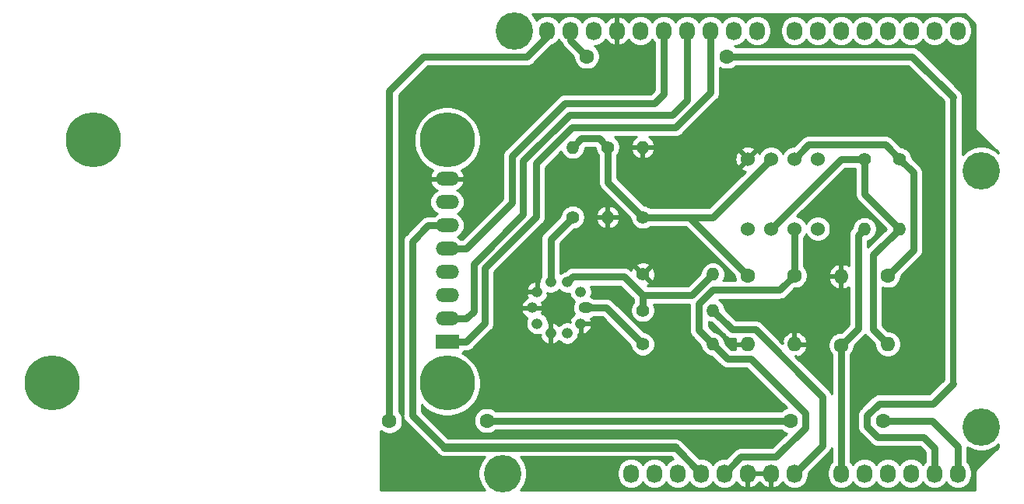
<source format=gbr>
%TF.GenerationSoftware,KiCad,Pcbnew,(5.0.2)-1*%
%TF.CreationDate,2021-01-25T23:17:42+01:00*%
%TF.ProjectId,GasSensor,47617353-656e-4736-9f72-2e6b69636164,rev?*%
%TF.SameCoordinates,Original*%
%TF.FileFunction,Copper,L2,Bot*%
%TF.FilePolarity,Positive*%
%FSLAX46Y46*%
G04 Gerber Fmt 4.6, Leading zero omitted, Abs format (unit mm)*
G04 Created by KiCad (PCBNEW (5.0.2)-1) date 25/01/2021 23:17:42*
%MOMM*%
%LPD*%
G01*
G04 APERTURE LIST*
%TA.AperFunction,ComponentPad*%
%ADD10O,1.400000X1.400000*%
%TD*%
%TA.AperFunction,ComponentPad*%
%ADD11C,1.400000*%
%TD*%
%TA.AperFunction,ComponentPad*%
%ADD12O,1.600000X1.600000*%
%TD*%
%TA.AperFunction,ComponentPad*%
%ADD13C,1.600000*%
%TD*%
%TA.AperFunction,WasherPad*%
%ADD14C,6.000000*%
%TD*%
%TA.AperFunction,ComponentPad*%
%ADD15O,2.524000X1.524000*%
%TD*%
%TA.AperFunction,ComponentPad*%
%ADD16R,2.524000X1.524000*%
%TD*%
%TA.AperFunction,ComponentPad*%
%ADD17C,1.524000*%
%TD*%
%TA.AperFunction,ComponentPad*%
%ADD18O,1.600000X1.200000*%
%TD*%
%TA.AperFunction,ComponentPad*%
%ADD19O,1.200000X1.200000*%
%TD*%
%TA.AperFunction,ComponentPad*%
%ADD20O,1.727200X2.032000*%
%TD*%
%TA.AperFunction,ComponentPad*%
%ADD21C,4.064000*%
%TD*%
%TA.AperFunction,ViaPad*%
%ADD22C,1.600000*%
%TD*%
%TA.AperFunction,Conductor*%
%ADD23C,0.800000*%
%TD*%
%TA.AperFunction,Conductor*%
%ADD24C,0.700000*%
%TD*%
%TA.AperFunction,Conductor*%
%ADD25C,0.900000*%
%TD*%
%TA.AperFunction,Conductor*%
%ADD26C,0.254000*%
%TD*%
G04 APERTURE END LIST*
D10*
%TO.P,R9,2*%
%TO.N,Net-(GasSensor1-Pad3)*%
X147828000Y-102108000D03*
D11*
%TO.P,R9,1*%
%TO.N,GND*%
X140208000Y-102108000D03*
%TD*%
D10*
%TO.P,R8,2*%
%TO.N,/Vin*%
X147828000Y-106045000D03*
D11*
%TO.P,R8,1*%
%TO.N,Net-(GasSensor1-Pad3)*%
X140208000Y-106045000D03*
%TD*%
D10*
%TO.P,R7,2*%
%TO.N,+5V*%
X147828000Y-109728000D03*
D11*
%TO.P,R7,1*%
%TO.N,Net-(GasSensor1-Pad1)*%
X140208000Y-109728000D03*
%TD*%
D12*
%TO.P,C1,2*%
%TO.N,GND*%
X151638000Y-109735000D03*
D13*
%TO.P,C1,1*%
%TO.N,Net-(C1-Pad1)*%
X151638000Y-102235000D03*
%TD*%
D12*
%TO.P,C3,2*%
%TO.N,GND*%
X156718000Y-109735000D03*
D13*
%TO.P,C3,1*%
%TO.N,+5V*%
X156718000Y-102235000D03*
%TD*%
D12*
%TO.P,C4,2*%
%TO.N,Net-(C4-Pad2)*%
X166878000Y-109735000D03*
D13*
%TO.P,C4,1*%
%TO.N,Net-(C4-Pad1)*%
X166878000Y-102235000D03*
%TD*%
D12*
%TO.P,C2,2*%
%TO.N,GND*%
X161798000Y-102355000D03*
D13*
%TO.P,C2,1*%
%TO.N,A0*%
X161798000Y-109855000D03*
%TD*%
D14*
%TO.P,U2,*%
%TO.N,*%
X80428000Y-87475000D03*
X75928000Y-113975000D03*
X118928000Y-87475000D03*
X118928000Y-113975000D03*
D15*
%TO.P,U2,8*%
%TO.N,GND*%
X118928000Y-91695000D03*
%TO.P,U2,7*%
%TO.N,Net-(U2-Pad7)*%
X118928000Y-94235000D03*
%TO.P,U2,6*%
%TO.N,+3V3*%
X118928000Y-96775000D03*
%TO.P,U2,5*%
%TO.N,RST*%
X118928000Y-99315000D03*
%TO.P,U2,4*%
%TO.N,Net-(U2-Pad4)*%
X118928000Y-101855000D03*
%TO.P,U2,3*%
%TO.N,Net-(U2-Pad3)*%
X118928000Y-104395000D03*
%TO.P,U2,2*%
%TO.N,RX*%
X118928000Y-106935000D03*
D16*
%TO.P,U2,1*%
%TO.N,TX*%
X118928000Y-109475000D03*
%TD*%
D17*
%TO.P,U1,8*%
%TO.N,Net-(U1-Pad8)*%
X159258000Y-97155000D03*
%TO.P,U1,7*%
%TO.N,+5V*%
X156718000Y-97155000D03*
%TO.P,U1,6*%
%TO.N,Net-(C4-Pad2)*%
X154178000Y-97155000D03*
%TO.P,U1,5*%
%TO.N,Net-(U1-Pad5)*%
X151638000Y-97155000D03*
%TO.P,U1,4*%
%TO.N,GND*%
X151638000Y-89535000D03*
%TO.P,U1,3*%
%TO.N,Net-(C1-Pad1)*%
X154178000Y-89535000D03*
%TO.P,U1,2*%
%TO.N,Net-(C4-Pad1)*%
X156718000Y-89535000D03*
%TO.P,U1,1*%
%TO.N,Net-(U1-Pad1)*%
X159258000Y-89535000D03*
%TD*%
D10*
%TO.P,R6,2*%
%TO.N,A0*%
X164338000Y-97155000D03*
D11*
%TO.P,R6,1*%
%TO.N,Net-(C4-Pad2)*%
X164338000Y-89535000D03*
%TD*%
D10*
%TO.P,R5,2*%
%TO.N,Net-(C1-Pad1)*%
X132588000Y-88265000D03*
D11*
%TO.P,R5,1*%
%TO.N,Isensor*%
X132588000Y-95885000D03*
%TD*%
D10*
%TO.P,R3,2*%
%TO.N,Net-(C4-Pad2)*%
X168148000Y-97155000D03*
D11*
%TO.P,R3,1*%
%TO.N,Net-(C4-Pad1)*%
X168148000Y-89535000D03*
%TD*%
D10*
%TO.P,R2,2*%
%TO.N,GND*%
X140208000Y-88265000D03*
D11*
%TO.P,R2,1*%
%TO.N,Net-(C1-Pad1)*%
X140208000Y-95885000D03*
%TD*%
D10*
%TO.P,R1,2*%
%TO.N,GND*%
X136398000Y-95885000D03*
D11*
%TO.P,R1,1*%
%TO.N,Net-(C1-Pad1)*%
X136398000Y-88265000D03*
%TD*%
D18*
%TO.P,GasSensor1,1*%
%TO.N,Net-(GasSensor1-Pad1)*%
X133998000Y-105765000D03*
D19*
%TO.P,GasSensor1,2*%
%TO.N,/Vin*%
X133440330Y-104048667D03*
%TO.P,GasSensor1,3*%
%TO.N,Net-(GasSensor1-Pad3)*%
X131980330Y-102987915D03*
%TO.P,GasSensor1,4*%
%TO.N,Isensor*%
X130175670Y-102987915D03*
%TO.P,GasSensor1,5*%
%TO.N,GND*%
X128715670Y-104048667D03*
%TO.P,GasSensor1,6*%
X128158000Y-105765000D03*
%TO.P,GasSensor1,7*%
%TO.N,Net-(GasSensor1-Pad7)*%
X128715670Y-107481333D03*
%TO.P,GasSensor1,8*%
%TO.N,GND*%
X130175670Y-108542085D03*
%TO.P,GasSensor1,9*%
%TO.N,Net-(GasSensor1-Pad9)*%
X131980330Y-108542085D03*
%TO.P,GasSensor1,10*%
%TO.N,GND*%
X133440330Y-107481333D03*
%TD*%
D20*
%TO.P,P1,1*%
%TO.N,Net-(P1-Pad1)*%
X138938000Y-123825000D03*
%TO.P,P1,2*%
%TO.N,/IOREF*%
X141478000Y-123825000D03*
%TO.P,P1,3*%
%TO.N,/Reset*%
X144018000Y-123825000D03*
%TO.P,P1,4*%
%TO.N,+3V3*%
X146558000Y-123825000D03*
%TO.P,P1,5*%
%TO.N,+5V*%
X149098000Y-123825000D03*
%TO.P,P1,6*%
%TO.N,GND*%
X151638000Y-123825000D03*
%TO.P,P1,7*%
X154178000Y-123825000D03*
%TO.P,P1,8*%
%TO.N,/Vin*%
X156718000Y-123825000D03*
%TD*%
%TO.P,P2,1*%
%TO.N,A0*%
X161798000Y-123825000D03*
%TO.P,P2,2*%
%TO.N,/A1*%
X164338000Y-123825000D03*
%TO.P,P2,3*%
%TO.N,/A2*%
X166878000Y-123825000D03*
%TO.P,P2,4*%
%TO.N,/A3*%
X169418000Y-123825000D03*
%TO.P,P2,5*%
%TO.N,/A4(SDA)*%
X171958000Y-123825000D03*
%TO.P,P2,6*%
%TO.N,/A5(SCL)*%
X174498000Y-123825000D03*
%TD*%
%TO.P,P3,1*%
%TO.N,/A5(SCL)*%
X129794000Y-75565000D03*
%TO.P,P3,2*%
%TO.N,/A4(SDA)*%
X132334000Y-75565000D03*
%TO.P,P3,3*%
%TO.N,/AREF*%
X134874000Y-75565000D03*
%TO.P,P3,4*%
%TO.N,GND*%
X137414000Y-75565000D03*
%TO.P,P3,5*%
%TO.N,/13(SCK)*%
X139954000Y-75565000D03*
%TO.P,P3,6*%
%TO.N,RST*%
X142494000Y-75565000D03*
%TO.P,P3,7*%
%TO.N,RX*%
X145034000Y-75565000D03*
%TO.P,P3,8*%
%TO.N,TX*%
X147574000Y-75565000D03*
%TO.P,P3,9*%
%TO.N,/9(\002A\002A)*%
X150114000Y-75565000D03*
%TO.P,P3,10*%
%TO.N,/8*%
X152654000Y-75565000D03*
%TD*%
%TO.P,P4,1*%
%TO.N,/7*%
X156718000Y-75565000D03*
%TO.P,P4,2*%
%TO.N,/6(\002A\002A)*%
X159258000Y-75565000D03*
%TO.P,P4,3*%
%TO.N,/5(\002A\002A)*%
X161798000Y-75565000D03*
%TO.P,P4,4*%
%TO.N,/4*%
X164338000Y-75565000D03*
%TO.P,P4,5*%
%TO.N,/3(\002A\002A)*%
X166878000Y-75565000D03*
%TO.P,P4,6*%
%TO.N,/2*%
X169418000Y-75565000D03*
%TO.P,P4,7*%
%TO.N,/1(Tx)*%
X171958000Y-75565000D03*
%TO.P,P4,8*%
%TO.N,/0(Rx)*%
X174498000Y-75565000D03*
%TD*%
D21*
%TO.P,P5,1*%
%TO.N,Net-(P5-Pad1)*%
X124968000Y-123825000D03*
%TD*%
%TO.P,P6,1*%
%TO.N,Net-(P6-Pad1)*%
X177038000Y-118745000D03*
%TD*%
%TO.P,P7,1*%
%TO.N,Net-(P7-Pad1)*%
X126238000Y-75565000D03*
%TD*%
%TO.P,P8,1*%
%TO.N,Net-(P8-Pad1)*%
X177038000Y-90805000D03*
%TD*%
D22*
%TO.N,GND*%
X169037000Y-81915000D03*
X175260000Y-80899000D03*
%TO.N,/A4(SDA)*%
X149352000Y-78359000D03*
X134112000Y-78359000D03*
%TO.N,/A5(SCL)*%
X156298000Y-118065000D03*
X166370000Y-118110000D03*
X112649000Y-118110000D03*
X123235000Y-118065000D03*
%TD*%
D23*
%TO.N,+5V*%
X156718000Y-97155000D02*
X156718000Y-102235000D01*
X146327999Y-108227999D02*
X147828000Y-109728000D01*
X146327999Y-105324999D02*
X146327999Y-108227999D01*
X147817997Y-103835001D02*
X146327999Y-105324999D01*
X155117999Y-103835001D02*
X147817997Y-103835001D01*
X156718000Y-102235000D02*
X155117999Y-103835001D01*
X154722012Y-122008990D02*
X150914010Y-122008990D01*
X157898001Y-118833001D02*
X154722012Y-122008990D01*
X150914010Y-122008990D02*
X149098000Y-123825000D01*
X151936003Y-111335001D02*
X157898001Y-117296999D01*
X149435001Y-111335001D02*
X151936003Y-111335001D01*
X157898001Y-117296999D02*
X157898001Y-118833001D01*
X147828000Y-109728000D02*
X149435001Y-111335001D01*
%TO.N,/Vin*%
X149917999Y-108134999D02*
X147828000Y-106045000D01*
X152457999Y-108134999D02*
X149917999Y-108134999D01*
X159766000Y-115443000D02*
X152457999Y-108134999D01*
X159766000Y-120777000D02*
X159766000Y-115443000D01*
X156718000Y-123825000D02*
X159766000Y-120777000D01*
%TO.N,/A4(SDA)*%
X171958000Y-123825000D02*
X171958000Y-121031000D01*
X171958000Y-121031000D02*
X170815000Y-119888000D01*
X165779998Y-119888000D02*
X164592000Y-118700002D01*
X170815000Y-119888000D02*
X165779998Y-119888000D01*
X164592000Y-117519998D02*
X165906998Y-116205000D01*
X164592000Y-118700002D02*
X164592000Y-117519998D01*
X165906998Y-116205000D02*
X171831000Y-116205000D01*
X171831000Y-116205000D02*
X173990000Y-114046000D01*
D24*
X173990000Y-114046000D02*
X173990000Y-82804000D01*
D23*
X173990000Y-82804000D02*
X169545000Y-78359000D01*
X169545000Y-78359000D02*
X149352000Y-78359000D01*
X132334000Y-75565000D02*
X132334000Y-76581000D01*
X132334000Y-76581000D02*
X134112000Y-78359000D01*
X149352000Y-78359000D02*
X149352000Y-78359000D01*
X134112000Y-78359000D02*
X134112000Y-78359000D01*
%TO.N,/A5(SCL)*%
X156298000Y-118065000D02*
X156298000Y-118065000D01*
X174498000Y-123825000D02*
X174498000Y-120904000D01*
X174498000Y-120904000D02*
X171704000Y-118110000D01*
X171704000Y-118110000D02*
X166370000Y-118110000D01*
X166370000Y-118110000D02*
X166370000Y-118110000D01*
X129794000Y-76200362D02*
X129794000Y-75565000D01*
X127597361Y-78397001D02*
X129794000Y-76200362D01*
X116370001Y-78397001D02*
X127597361Y-78397001D01*
X112649000Y-82118002D02*
X116370001Y-78397001D01*
X112649000Y-118110000D02*
X112649000Y-118110000D01*
X112649000Y-118110000D02*
X112649000Y-82118002D01*
X123235000Y-118065000D02*
X156298000Y-118065000D01*
%TO.N,+3V3*%
X143725999Y-120992999D02*
X146558000Y-123825000D01*
D25*
X118624927Y-120992999D02*
X143725999Y-120992999D01*
D23*
X115127999Y-117496071D02*
X118624927Y-120992999D01*
X115127999Y-98513001D02*
X115127999Y-117496071D01*
X116866000Y-96775000D02*
X115127999Y-98513001D01*
X118928000Y-96775000D02*
X116866000Y-96775000D01*
%TO.N,Net-(GasSensor1-Pad1)*%
X136245000Y-105765000D02*
X140208000Y-109728000D01*
X133998000Y-105765000D02*
X136245000Y-105765000D01*
%TO.N,Net-(GasSensor1-Pad3)*%
X132580329Y-102387916D02*
X138201916Y-102387916D01*
X131980330Y-102987915D02*
X132580329Y-102387916D01*
X140208000Y-104394000D02*
X140208000Y-106045000D01*
X138201916Y-102387916D02*
X140208000Y-104394000D01*
X145542000Y-104394000D02*
X147828000Y-102108000D01*
X140208000Y-104394000D02*
X145542000Y-104394000D01*
%TO.N,Net-(C1-Pad1)*%
X136398000Y-92075000D02*
X140208000Y-95885000D01*
X136398000Y-88265000D02*
X136398000Y-92075000D01*
X145288000Y-95885000D02*
X151638000Y-102235000D01*
X140208000Y-95885000D02*
X145288000Y-95885000D01*
X147828000Y-95885000D02*
X154178000Y-89535000D01*
X145288000Y-95885000D02*
X147828000Y-95885000D01*
X132588000Y-88265000D02*
X133546990Y-87306010D01*
X135439010Y-87306010D02*
X136398000Y-88265000D01*
X133546990Y-87306010D02*
X135439010Y-87306010D01*
%TO.N,A0*%
X163638001Y-108014999D02*
X161798000Y-109855000D01*
X163638001Y-97854999D02*
X163638001Y-108014999D01*
X164338000Y-97155000D02*
X163638001Y-97854999D01*
X161798000Y-109855000D02*
X161798000Y-123825000D01*
%TO.N,Net-(C4-Pad2)*%
X161798000Y-89535000D02*
X164338000Y-89535000D01*
X154178000Y-97155000D02*
X161798000Y-89535000D01*
X164338000Y-93345000D02*
X168148000Y-97155000D01*
X164338000Y-89535000D02*
X164338000Y-93345000D01*
X165277999Y-108134999D02*
X166878000Y-109735000D01*
X165277999Y-100025001D02*
X165277999Y-108134999D01*
X168148000Y-97155000D02*
X165277999Y-100025001D01*
%TO.N,Net-(C4-Pad1)*%
X166585999Y-87972999D02*
X168148000Y-89535000D01*
X158280001Y-87972999D02*
X166585999Y-87972999D01*
X156718000Y-89535000D02*
X158280001Y-87972999D01*
X169648001Y-99464999D02*
X166878000Y-102235000D01*
X169648001Y-91035001D02*
X169648001Y-99464999D01*
X168148000Y-89535000D02*
X169648001Y-91035001D01*
%TO.N,Isensor*%
X130175670Y-98297330D02*
X130175670Y-102987915D01*
X132588000Y-95885000D02*
X130175670Y-98297330D01*
%TO.N,RST*%
X120990000Y-99315000D02*
X125998000Y-94307000D01*
X118928000Y-99315000D02*
X120990000Y-99315000D01*
X142494000Y-75565000D02*
X142494000Y-82492990D01*
X125998000Y-89240858D02*
X125998000Y-94307000D01*
X131729867Y-83508991D02*
X125998000Y-89240858D01*
X141478000Y-83508990D02*
X131729867Y-83508991D01*
X142494000Y-82492990D02*
X141478000Y-83508990D01*
%TO.N,RX*%
X127198010Y-95564990D02*
X121798000Y-100965000D01*
X121798000Y-106127000D02*
X120990000Y-106935000D01*
X120990000Y-106935000D02*
X118928000Y-106935000D01*
X121798000Y-100965000D02*
X121798000Y-106127000D01*
X127198010Y-89737918D02*
X132226928Y-84709000D01*
X127198010Y-95564990D02*
X127198010Y-89737918D01*
X132226928Y-84709000D02*
X143463930Y-84709000D01*
X145034000Y-83138930D02*
X145034000Y-75565000D01*
X143463930Y-84709000D02*
X145034000Y-83138930D01*
%TO.N,TX*%
X122998000Y-107467000D02*
X122998000Y-101462070D01*
X120990000Y-109475000D02*
X122998000Y-107467000D01*
X118928000Y-109475000D02*
X120990000Y-109475000D01*
X122998000Y-101462070D02*
X128598000Y-95862070D01*
X147574000Y-75565000D02*
X147574000Y-82296000D01*
X147574000Y-82296000D02*
X143764000Y-86106000D01*
X128598000Y-90034998D02*
X128598000Y-95862070D01*
X132526998Y-86106000D02*
X128598000Y-90034998D01*
X143764000Y-86106000D02*
X132526998Y-86106000D01*
%TD*%
D26*
%TO.N,GND*%
G36*
X176328001Y-74843093D02*
X176328000Y-85944125D01*
X176324565Y-85979000D01*
X176328000Y-86013875D01*
X176328000Y-86013876D01*
X176338273Y-86118183D01*
X176378872Y-86252019D01*
X176444800Y-86375362D01*
X176533525Y-86483474D01*
X176560617Y-86505708D01*
X178868001Y-88813093D01*
X178868001Y-88863294D01*
X178738113Y-88733406D01*
X178301298Y-88441536D01*
X177815935Y-88240492D01*
X177300677Y-88138000D01*
X176775323Y-88138000D01*
X176260065Y-88240492D01*
X175774702Y-88441536D01*
X175337887Y-88733406D01*
X175025000Y-89046293D01*
X175025000Y-82854827D01*
X175030006Y-82803999D01*
X175025000Y-82753171D01*
X175025000Y-82753162D01*
X175010024Y-82601105D01*
X174950841Y-82406007D01*
X174880387Y-82274196D01*
X174854734Y-82226202D01*
X174757803Y-82108092D01*
X174725396Y-82068604D01*
X174685908Y-82036197D01*
X170312807Y-77663097D01*
X170280396Y-77623604D01*
X170122797Y-77494266D01*
X169942993Y-77398159D01*
X169747895Y-77338976D01*
X169595838Y-77324000D01*
X169595828Y-77324000D01*
X169545000Y-77318994D01*
X169494172Y-77324000D01*
X150346396Y-77324000D01*
X150266759Y-77244363D01*
X150219597Y-77212850D01*
X150407777Y-77194316D01*
X150690264Y-77108625D01*
X150950606Y-76969469D01*
X151178797Y-76782197D01*
X151366069Y-76554006D01*
X151384000Y-76520459D01*
X151401931Y-76554006D01*
X151589203Y-76782197D01*
X151817395Y-76969469D01*
X152077737Y-77108625D01*
X152360224Y-77194316D01*
X152654000Y-77223251D01*
X152947777Y-77194316D01*
X153230264Y-77108625D01*
X153490606Y-76969469D01*
X153718797Y-76782197D01*
X153906069Y-76554006D01*
X154045225Y-76293663D01*
X154130916Y-76011176D01*
X154152600Y-75791018D01*
X154152600Y-75338982D01*
X155219400Y-75338982D01*
X155219400Y-75791019D01*
X155241084Y-76011177D01*
X155326775Y-76293664D01*
X155465931Y-76554006D01*
X155653203Y-76782197D01*
X155881395Y-76969469D01*
X156141737Y-77108625D01*
X156424224Y-77194316D01*
X156718000Y-77223251D01*
X157011777Y-77194316D01*
X157294264Y-77108625D01*
X157554606Y-76969469D01*
X157782797Y-76782197D01*
X157970069Y-76554006D01*
X157988000Y-76520459D01*
X158005931Y-76554006D01*
X158193203Y-76782197D01*
X158421395Y-76969469D01*
X158681737Y-77108625D01*
X158964224Y-77194316D01*
X159258000Y-77223251D01*
X159551777Y-77194316D01*
X159834264Y-77108625D01*
X160094606Y-76969469D01*
X160322797Y-76782197D01*
X160510069Y-76554006D01*
X160528000Y-76520459D01*
X160545931Y-76554006D01*
X160733203Y-76782197D01*
X160961395Y-76969469D01*
X161221737Y-77108625D01*
X161504224Y-77194316D01*
X161798000Y-77223251D01*
X162091777Y-77194316D01*
X162374264Y-77108625D01*
X162634606Y-76969469D01*
X162862797Y-76782197D01*
X163050069Y-76554006D01*
X163068000Y-76520459D01*
X163085931Y-76554006D01*
X163273203Y-76782197D01*
X163501395Y-76969469D01*
X163761737Y-77108625D01*
X164044224Y-77194316D01*
X164338000Y-77223251D01*
X164631777Y-77194316D01*
X164914264Y-77108625D01*
X165174606Y-76969469D01*
X165402797Y-76782197D01*
X165590069Y-76554006D01*
X165608000Y-76520459D01*
X165625931Y-76554006D01*
X165813203Y-76782197D01*
X166041395Y-76969469D01*
X166301737Y-77108625D01*
X166584224Y-77194316D01*
X166878000Y-77223251D01*
X167171777Y-77194316D01*
X167454264Y-77108625D01*
X167714606Y-76969469D01*
X167942797Y-76782197D01*
X168130069Y-76554006D01*
X168148000Y-76520459D01*
X168165931Y-76554006D01*
X168353203Y-76782197D01*
X168581395Y-76969469D01*
X168841737Y-77108625D01*
X169124224Y-77194316D01*
X169418000Y-77223251D01*
X169711777Y-77194316D01*
X169994264Y-77108625D01*
X170254606Y-76969469D01*
X170482797Y-76782197D01*
X170670069Y-76554006D01*
X170688000Y-76520459D01*
X170705931Y-76554006D01*
X170893203Y-76782197D01*
X171121395Y-76969469D01*
X171381737Y-77108625D01*
X171664224Y-77194316D01*
X171958000Y-77223251D01*
X172251777Y-77194316D01*
X172534264Y-77108625D01*
X172794606Y-76969469D01*
X173022797Y-76782197D01*
X173210069Y-76554006D01*
X173228000Y-76520459D01*
X173245931Y-76554006D01*
X173433203Y-76782197D01*
X173661395Y-76969469D01*
X173921737Y-77108625D01*
X174204224Y-77194316D01*
X174498000Y-77223251D01*
X174791777Y-77194316D01*
X175074264Y-77108625D01*
X175334606Y-76969469D01*
X175562797Y-76782197D01*
X175750069Y-76554006D01*
X175889225Y-76293663D01*
X175974916Y-76011176D01*
X175996600Y-75791018D01*
X175996600Y-75338981D01*
X175974916Y-75118823D01*
X175889225Y-74836336D01*
X175750069Y-74575994D01*
X175562797Y-74347803D01*
X175334605Y-74160531D01*
X175074263Y-74021375D01*
X174791776Y-73935684D01*
X174498000Y-73906749D01*
X174204223Y-73935684D01*
X173921736Y-74021375D01*
X173661394Y-74160531D01*
X173433203Y-74347803D01*
X173245931Y-74575995D01*
X173228000Y-74609541D01*
X173210069Y-74575994D01*
X173022797Y-74347803D01*
X172794605Y-74160531D01*
X172534263Y-74021375D01*
X172251776Y-73935684D01*
X171958000Y-73906749D01*
X171664223Y-73935684D01*
X171381736Y-74021375D01*
X171121394Y-74160531D01*
X170893203Y-74347803D01*
X170705931Y-74575995D01*
X170688000Y-74609541D01*
X170670069Y-74575994D01*
X170482797Y-74347803D01*
X170254605Y-74160531D01*
X169994263Y-74021375D01*
X169711776Y-73935684D01*
X169418000Y-73906749D01*
X169124223Y-73935684D01*
X168841736Y-74021375D01*
X168581394Y-74160531D01*
X168353203Y-74347803D01*
X168165931Y-74575995D01*
X168148000Y-74609541D01*
X168130069Y-74575994D01*
X167942797Y-74347803D01*
X167714605Y-74160531D01*
X167454263Y-74021375D01*
X167171776Y-73935684D01*
X166878000Y-73906749D01*
X166584223Y-73935684D01*
X166301736Y-74021375D01*
X166041394Y-74160531D01*
X165813203Y-74347803D01*
X165625931Y-74575995D01*
X165608000Y-74609541D01*
X165590069Y-74575994D01*
X165402797Y-74347803D01*
X165174605Y-74160531D01*
X164914263Y-74021375D01*
X164631776Y-73935684D01*
X164338000Y-73906749D01*
X164044223Y-73935684D01*
X163761736Y-74021375D01*
X163501394Y-74160531D01*
X163273203Y-74347803D01*
X163085931Y-74575995D01*
X163068000Y-74609541D01*
X163050069Y-74575994D01*
X162862797Y-74347803D01*
X162634605Y-74160531D01*
X162374263Y-74021375D01*
X162091776Y-73935684D01*
X161798000Y-73906749D01*
X161504223Y-73935684D01*
X161221736Y-74021375D01*
X160961394Y-74160531D01*
X160733203Y-74347803D01*
X160545931Y-74575995D01*
X160528000Y-74609541D01*
X160510069Y-74575994D01*
X160322797Y-74347803D01*
X160094605Y-74160531D01*
X159834263Y-74021375D01*
X159551776Y-73935684D01*
X159258000Y-73906749D01*
X158964223Y-73935684D01*
X158681736Y-74021375D01*
X158421394Y-74160531D01*
X158193203Y-74347803D01*
X158005931Y-74575995D01*
X157988000Y-74609541D01*
X157970069Y-74575994D01*
X157782797Y-74347803D01*
X157554605Y-74160531D01*
X157294263Y-74021375D01*
X157011776Y-73935684D01*
X156718000Y-73906749D01*
X156424223Y-73935684D01*
X156141736Y-74021375D01*
X155881394Y-74160531D01*
X155653203Y-74347803D01*
X155465931Y-74575995D01*
X155326775Y-74836337D01*
X155241084Y-75118824D01*
X155219400Y-75338982D01*
X154152600Y-75338982D01*
X154152600Y-75338981D01*
X154130916Y-75118823D01*
X154045225Y-74836336D01*
X153906069Y-74575994D01*
X153718797Y-74347803D01*
X153490605Y-74160531D01*
X153230263Y-74021375D01*
X152947776Y-73935684D01*
X152654000Y-73906749D01*
X152360223Y-73935684D01*
X152077736Y-74021375D01*
X151817394Y-74160531D01*
X151589203Y-74347803D01*
X151401931Y-74575995D01*
X151384000Y-74609541D01*
X151366069Y-74575994D01*
X151178797Y-74347803D01*
X150950605Y-74160531D01*
X150690263Y-74021375D01*
X150407776Y-73935684D01*
X150114000Y-73906749D01*
X149820223Y-73935684D01*
X149537736Y-74021375D01*
X149277394Y-74160531D01*
X149049203Y-74347803D01*
X148861931Y-74575995D01*
X148844000Y-74609541D01*
X148826069Y-74575994D01*
X148638797Y-74347803D01*
X148410605Y-74160531D01*
X148150263Y-74021375D01*
X147867776Y-73935684D01*
X147574000Y-73906749D01*
X147280223Y-73935684D01*
X146997736Y-74021375D01*
X146737394Y-74160531D01*
X146509203Y-74347803D01*
X146321931Y-74575995D01*
X146304000Y-74609541D01*
X146286069Y-74575994D01*
X146098797Y-74347803D01*
X145870605Y-74160531D01*
X145610263Y-74021375D01*
X145327776Y-73935684D01*
X145034000Y-73906749D01*
X144740223Y-73935684D01*
X144457736Y-74021375D01*
X144197394Y-74160531D01*
X143969203Y-74347803D01*
X143781931Y-74575995D01*
X143764000Y-74609541D01*
X143746069Y-74575994D01*
X143558797Y-74347803D01*
X143330605Y-74160531D01*
X143070263Y-74021375D01*
X142787776Y-73935684D01*
X142494000Y-73906749D01*
X142200223Y-73935684D01*
X141917736Y-74021375D01*
X141657394Y-74160531D01*
X141429203Y-74347803D01*
X141241931Y-74575995D01*
X141224000Y-74609541D01*
X141206069Y-74575994D01*
X141018797Y-74347803D01*
X140790605Y-74160531D01*
X140530263Y-74021375D01*
X140247776Y-73935684D01*
X139954000Y-73906749D01*
X139660223Y-73935684D01*
X139377736Y-74021375D01*
X139117394Y-74160531D01*
X138889203Y-74347803D01*
X138701931Y-74575995D01*
X138680576Y-74615947D01*
X138532486Y-74413271D01*
X138316035Y-74214267D01*
X138064919Y-74061314D01*
X137788789Y-73960291D01*
X137773026Y-73957642D01*
X137541000Y-74078783D01*
X137541000Y-75438000D01*
X137561000Y-75438000D01*
X137561000Y-75692000D01*
X137541000Y-75692000D01*
X137541000Y-77051217D01*
X137773026Y-77172358D01*
X137788789Y-77169709D01*
X138064919Y-77068686D01*
X138316035Y-76915733D01*
X138532486Y-76716729D01*
X138680576Y-76514053D01*
X138701931Y-76554006D01*
X138889203Y-76782197D01*
X139117395Y-76969469D01*
X139377737Y-77108625D01*
X139660224Y-77194316D01*
X139954000Y-77223251D01*
X140247777Y-77194316D01*
X140530264Y-77108625D01*
X140790606Y-76969469D01*
X141018797Y-76782197D01*
X141206069Y-76554006D01*
X141224000Y-76520459D01*
X141241931Y-76554006D01*
X141429203Y-76782197D01*
X141459000Y-76806651D01*
X141459001Y-82064278D01*
X141049290Y-82473990D01*
X131780704Y-82473992D01*
X131729866Y-82468985D01*
X131526971Y-82488968D01*
X131331873Y-82548151D01*
X131152069Y-82644257D01*
X131033959Y-82741188D01*
X131033953Y-82741194D01*
X130994471Y-82773596D01*
X130962069Y-82813078D01*
X125302097Y-88473051D01*
X125262604Y-88505462D01*
X125133266Y-88663061D01*
X125037159Y-88842866D01*
X124977976Y-89037964D01*
X124963000Y-89190021D01*
X124963000Y-89190030D01*
X124957994Y-89240858D01*
X124963000Y-89291686D01*
X124963001Y-93878288D01*
X120561290Y-98280000D01*
X120368953Y-98280000D01*
X120207887Y-98147817D01*
X120015529Y-98045000D01*
X120207887Y-97942183D01*
X120420608Y-97767608D01*
X120595183Y-97554887D01*
X120724904Y-97312195D01*
X120804786Y-97048860D01*
X120831759Y-96775000D01*
X120804786Y-96501140D01*
X120724904Y-96237805D01*
X120595183Y-95995113D01*
X120420608Y-95782392D01*
X120207887Y-95607817D01*
X120015529Y-95505000D01*
X120207887Y-95402183D01*
X120420608Y-95227608D01*
X120595183Y-95014887D01*
X120724904Y-94772195D01*
X120804786Y-94508860D01*
X120831759Y-94235000D01*
X120804786Y-93961140D01*
X120724904Y-93697805D01*
X120595183Y-93455113D01*
X120420608Y-93242392D01*
X120207887Y-93067817D01*
X120013587Y-92963962D01*
X120079942Y-92937059D01*
X120309729Y-92786006D01*
X120505632Y-92593026D01*
X120660122Y-92365535D01*
X120767262Y-92112276D01*
X120782220Y-92038070D01*
X120659720Y-91822000D01*
X119055000Y-91822000D01*
X119055000Y-91842000D01*
X118801000Y-91842000D01*
X118801000Y-91822000D01*
X117196280Y-91822000D01*
X117073780Y-92038070D01*
X117088738Y-92112276D01*
X117195878Y-92365535D01*
X117350368Y-92593026D01*
X117546271Y-92786006D01*
X117776058Y-92937059D01*
X117842413Y-92963962D01*
X117648113Y-93067817D01*
X117435392Y-93242392D01*
X117260817Y-93455113D01*
X117131096Y-93697805D01*
X117051214Y-93961140D01*
X117024241Y-94235000D01*
X117051214Y-94508860D01*
X117131096Y-94772195D01*
X117260817Y-95014887D01*
X117435392Y-95227608D01*
X117648113Y-95402183D01*
X117840471Y-95505000D01*
X117648113Y-95607817D01*
X117487047Y-95740000D01*
X116916835Y-95740000D01*
X116866000Y-95734993D01*
X116815165Y-95740000D01*
X116815162Y-95740000D01*
X116663105Y-95754976D01*
X116513415Y-95800385D01*
X116468006Y-95814159D01*
X116288202Y-95910266D01*
X116170092Y-96007197D01*
X116130604Y-96039604D01*
X116098197Y-96079092D01*
X114432096Y-97745194D01*
X114392603Y-97777605D01*
X114263265Y-97935204D01*
X114167158Y-98115009D01*
X114107975Y-98310107D01*
X114092999Y-98462164D01*
X114092999Y-98462173D01*
X114087993Y-98513001D01*
X114092999Y-98563829D01*
X114093000Y-117445233D01*
X114087993Y-117496071D01*
X114107976Y-117698966D01*
X114167159Y-117894064D01*
X114263265Y-118073868D01*
X114360196Y-118191978D01*
X114392604Y-118231467D01*
X114432091Y-118263873D01*
X117857123Y-121688906D01*
X117889531Y-121728395D01*
X117929019Y-121760802D01*
X118047129Y-121857733D01*
X118085421Y-121878200D01*
X118226934Y-121953840D01*
X118422032Y-122013023D01*
X118574089Y-122027999D01*
X118574098Y-122027999D01*
X118624926Y-122033005D01*
X118675754Y-122027999D01*
X122993294Y-122027999D01*
X122896406Y-122124887D01*
X122604536Y-122561702D01*
X122403492Y-123047065D01*
X122301000Y-123562323D01*
X122301000Y-124087677D01*
X122403492Y-124602935D01*
X122604536Y-125088298D01*
X122896406Y-125525113D01*
X123026293Y-125655000D01*
X111708000Y-125655000D01*
X111708000Y-119198396D01*
X111734241Y-119224637D01*
X111969273Y-119381680D01*
X112230426Y-119489853D01*
X112507665Y-119545000D01*
X112790335Y-119545000D01*
X113067574Y-119489853D01*
X113328727Y-119381680D01*
X113563759Y-119224637D01*
X113763637Y-119024759D01*
X113920680Y-118789727D01*
X114028853Y-118528574D01*
X114084000Y-118251335D01*
X114084000Y-117968665D01*
X114028853Y-117691426D01*
X113920680Y-117430273D01*
X113763637Y-117195241D01*
X113684000Y-117115604D01*
X113684000Y-87116984D01*
X115293000Y-87116984D01*
X115293000Y-87833016D01*
X115432691Y-88535290D01*
X115706705Y-89196818D01*
X116104511Y-89792177D01*
X116610823Y-90298489D01*
X117206182Y-90696295D01*
X117379636Y-90768142D01*
X117350368Y-90796974D01*
X117195878Y-91024465D01*
X117088738Y-91277724D01*
X117073780Y-91351930D01*
X117196280Y-91568000D01*
X118801000Y-91568000D01*
X118801000Y-91548000D01*
X119055000Y-91548000D01*
X119055000Y-91568000D01*
X120659720Y-91568000D01*
X120782220Y-91351930D01*
X120767262Y-91277724D01*
X120660122Y-91024465D01*
X120505632Y-90796974D01*
X120476364Y-90768142D01*
X120649818Y-90696295D01*
X121245177Y-90298489D01*
X121751489Y-89792177D01*
X122149295Y-89196818D01*
X122423309Y-88535290D01*
X122563000Y-87833016D01*
X122563000Y-87116984D01*
X122423309Y-86414710D01*
X122149295Y-85753182D01*
X121751489Y-85157823D01*
X121245177Y-84651511D01*
X120649818Y-84253705D01*
X119988290Y-83979691D01*
X119286016Y-83840000D01*
X118569984Y-83840000D01*
X117867710Y-83979691D01*
X117206182Y-84253705D01*
X116610823Y-84651511D01*
X116104511Y-85157823D01*
X115706705Y-85753182D01*
X115432691Y-86414710D01*
X115293000Y-87116984D01*
X113684000Y-87116984D01*
X113684000Y-82546712D01*
X116798712Y-79432001D01*
X127546533Y-79432001D01*
X127597361Y-79437007D01*
X127648189Y-79432001D01*
X127648199Y-79432001D01*
X127800256Y-79417025D01*
X127995354Y-79357842D01*
X128175158Y-79261735D01*
X128332757Y-79132397D01*
X128365168Y-79092904D01*
X130340384Y-77117689D01*
X130370264Y-77108625D01*
X130630606Y-76969469D01*
X130858797Y-76782197D01*
X131046069Y-76554006D01*
X131064000Y-76520459D01*
X131081931Y-76554006D01*
X131269203Y-76782197D01*
X131328133Y-76830559D01*
X131373160Y-76978993D01*
X131469266Y-77158797D01*
X131536211Y-77240369D01*
X131598605Y-77316396D01*
X131638092Y-77348802D01*
X132677000Y-78387711D01*
X132677000Y-78500335D01*
X132732147Y-78777574D01*
X132840320Y-79038727D01*
X132997363Y-79273759D01*
X133197241Y-79473637D01*
X133432273Y-79630680D01*
X133693426Y-79738853D01*
X133970665Y-79794000D01*
X134253335Y-79794000D01*
X134530574Y-79738853D01*
X134791727Y-79630680D01*
X135026759Y-79473637D01*
X135226637Y-79273759D01*
X135383680Y-79038727D01*
X135491853Y-78777574D01*
X135547000Y-78500335D01*
X135547000Y-78217665D01*
X135491853Y-77940426D01*
X135383680Y-77679273D01*
X135226637Y-77444241D01*
X135026759Y-77244363D01*
X134979597Y-77212850D01*
X135167777Y-77194316D01*
X135450264Y-77108625D01*
X135710606Y-76969469D01*
X135938797Y-76782197D01*
X136126069Y-76554006D01*
X136147424Y-76514053D01*
X136295514Y-76716729D01*
X136511965Y-76915733D01*
X136763081Y-77068686D01*
X137039211Y-77169709D01*
X137054974Y-77172358D01*
X137287000Y-77051217D01*
X137287000Y-75692000D01*
X137267000Y-75692000D01*
X137267000Y-75438000D01*
X137287000Y-75438000D01*
X137287000Y-74078783D01*
X137054974Y-73957642D01*
X137039211Y-73960291D01*
X136763081Y-74061314D01*
X136511965Y-74214267D01*
X136295514Y-74413271D01*
X136147424Y-74615947D01*
X136126069Y-74575994D01*
X135938797Y-74347803D01*
X135710605Y-74160531D01*
X135450263Y-74021375D01*
X135167776Y-73935684D01*
X134874000Y-73906749D01*
X134580223Y-73935684D01*
X134297736Y-74021375D01*
X134037394Y-74160531D01*
X133809203Y-74347803D01*
X133621931Y-74575995D01*
X133604000Y-74609541D01*
X133586069Y-74575994D01*
X133398797Y-74347803D01*
X133170605Y-74160531D01*
X132910263Y-74021375D01*
X132627776Y-73935684D01*
X132334000Y-73906749D01*
X132040223Y-73935684D01*
X131757736Y-74021375D01*
X131497394Y-74160531D01*
X131269203Y-74347803D01*
X131081931Y-74575995D01*
X131064000Y-74609541D01*
X131046069Y-74575994D01*
X130858797Y-74347803D01*
X130630605Y-74160531D01*
X130370263Y-74021375D01*
X130087776Y-73935684D01*
X129794000Y-73906749D01*
X129500223Y-73935684D01*
X129217736Y-74021375D01*
X128957394Y-74160531D01*
X128729203Y-74347803D01*
X128657001Y-74435781D01*
X128601464Y-74301702D01*
X128309594Y-73864887D01*
X128179707Y-73735000D01*
X175219909Y-73735000D01*
X176328001Y-74843093D01*
X176328001Y-74843093D01*
G37*
X176328001Y-74843093D02*
X176328000Y-85944125D01*
X176324565Y-85979000D01*
X176328000Y-86013875D01*
X176328000Y-86013876D01*
X176338273Y-86118183D01*
X176378872Y-86252019D01*
X176444800Y-86375362D01*
X176533525Y-86483474D01*
X176560617Y-86505708D01*
X178868001Y-88813093D01*
X178868001Y-88863294D01*
X178738113Y-88733406D01*
X178301298Y-88441536D01*
X177815935Y-88240492D01*
X177300677Y-88138000D01*
X176775323Y-88138000D01*
X176260065Y-88240492D01*
X175774702Y-88441536D01*
X175337887Y-88733406D01*
X175025000Y-89046293D01*
X175025000Y-82854827D01*
X175030006Y-82803999D01*
X175025000Y-82753171D01*
X175025000Y-82753162D01*
X175010024Y-82601105D01*
X174950841Y-82406007D01*
X174880387Y-82274196D01*
X174854734Y-82226202D01*
X174757803Y-82108092D01*
X174725396Y-82068604D01*
X174685908Y-82036197D01*
X170312807Y-77663097D01*
X170280396Y-77623604D01*
X170122797Y-77494266D01*
X169942993Y-77398159D01*
X169747895Y-77338976D01*
X169595838Y-77324000D01*
X169595828Y-77324000D01*
X169545000Y-77318994D01*
X169494172Y-77324000D01*
X150346396Y-77324000D01*
X150266759Y-77244363D01*
X150219597Y-77212850D01*
X150407777Y-77194316D01*
X150690264Y-77108625D01*
X150950606Y-76969469D01*
X151178797Y-76782197D01*
X151366069Y-76554006D01*
X151384000Y-76520459D01*
X151401931Y-76554006D01*
X151589203Y-76782197D01*
X151817395Y-76969469D01*
X152077737Y-77108625D01*
X152360224Y-77194316D01*
X152654000Y-77223251D01*
X152947777Y-77194316D01*
X153230264Y-77108625D01*
X153490606Y-76969469D01*
X153718797Y-76782197D01*
X153906069Y-76554006D01*
X154045225Y-76293663D01*
X154130916Y-76011176D01*
X154152600Y-75791018D01*
X154152600Y-75338982D01*
X155219400Y-75338982D01*
X155219400Y-75791019D01*
X155241084Y-76011177D01*
X155326775Y-76293664D01*
X155465931Y-76554006D01*
X155653203Y-76782197D01*
X155881395Y-76969469D01*
X156141737Y-77108625D01*
X156424224Y-77194316D01*
X156718000Y-77223251D01*
X157011777Y-77194316D01*
X157294264Y-77108625D01*
X157554606Y-76969469D01*
X157782797Y-76782197D01*
X157970069Y-76554006D01*
X157988000Y-76520459D01*
X158005931Y-76554006D01*
X158193203Y-76782197D01*
X158421395Y-76969469D01*
X158681737Y-77108625D01*
X158964224Y-77194316D01*
X159258000Y-77223251D01*
X159551777Y-77194316D01*
X159834264Y-77108625D01*
X160094606Y-76969469D01*
X160322797Y-76782197D01*
X160510069Y-76554006D01*
X160528000Y-76520459D01*
X160545931Y-76554006D01*
X160733203Y-76782197D01*
X160961395Y-76969469D01*
X161221737Y-77108625D01*
X161504224Y-77194316D01*
X161798000Y-77223251D01*
X162091777Y-77194316D01*
X162374264Y-77108625D01*
X162634606Y-76969469D01*
X162862797Y-76782197D01*
X163050069Y-76554006D01*
X163068000Y-76520459D01*
X163085931Y-76554006D01*
X163273203Y-76782197D01*
X163501395Y-76969469D01*
X163761737Y-77108625D01*
X164044224Y-77194316D01*
X164338000Y-77223251D01*
X164631777Y-77194316D01*
X164914264Y-77108625D01*
X165174606Y-76969469D01*
X165402797Y-76782197D01*
X165590069Y-76554006D01*
X165608000Y-76520459D01*
X165625931Y-76554006D01*
X165813203Y-76782197D01*
X166041395Y-76969469D01*
X166301737Y-77108625D01*
X166584224Y-77194316D01*
X166878000Y-77223251D01*
X167171777Y-77194316D01*
X167454264Y-77108625D01*
X167714606Y-76969469D01*
X167942797Y-76782197D01*
X168130069Y-76554006D01*
X168148000Y-76520459D01*
X168165931Y-76554006D01*
X168353203Y-76782197D01*
X168581395Y-76969469D01*
X168841737Y-77108625D01*
X169124224Y-77194316D01*
X169418000Y-77223251D01*
X169711777Y-77194316D01*
X169994264Y-77108625D01*
X170254606Y-76969469D01*
X170482797Y-76782197D01*
X170670069Y-76554006D01*
X170688000Y-76520459D01*
X170705931Y-76554006D01*
X170893203Y-76782197D01*
X171121395Y-76969469D01*
X171381737Y-77108625D01*
X171664224Y-77194316D01*
X171958000Y-77223251D01*
X172251777Y-77194316D01*
X172534264Y-77108625D01*
X172794606Y-76969469D01*
X173022797Y-76782197D01*
X173210069Y-76554006D01*
X173228000Y-76520459D01*
X173245931Y-76554006D01*
X173433203Y-76782197D01*
X173661395Y-76969469D01*
X173921737Y-77108625D01*
X174204224Y-77194316D01*
X174498000Y-77223251D01*
X174791777Y-77194316D01*
X175074264Y-77108625D01*
X175334606Y-76969469D01*
X175562797Y-76782197D01*
X175750069Y-76554006D01*
X175889225Y-76293663D01*
X175974916Y-76011176D01*
X175996600Y-75791018D01*
X175996600Y-75338981D01*
X175974916Y-75118823D01*
X175889225Y-74836336D01*
X175750069Y-74575994D01*
X175562797Y-74347803D01*
X175334605Y-74160531D01*
X175074263Y-74021375D01*
X174791776Y-73935684D01*
X174498000Y-73906749D01*
X174204223Y-73935684D01*
X173921736Y-74021375D01*
X173661394Y-74160531D01*
X173433203Y-74347803D01*
X173245931Y-74575995D01*
X173228000Y-74609541D01*
X173210069Y-74575994D01*
X173022797Y-74347803D01*
X172794605Y-74160531D01*
X172534263Y-74021375D01*
X172251776Y-73935684D01*
X171958000Y-73906749D01*
X171664223Y-73935684D01*
X171381736Y-74021375D01*
X171121394Y-74160531D01*
X170893203Y-74347803D01*
X170705931Y-74575995D01*
X170688000Y-74609541D01*
X170670069Y-74575994D01*
X170482797Y-74347803D01*
X170254605Y-74160531D01*
X169994263Y-74021375D01*
X169711776Y-73935684D01*
X169418000Y-73906749D01*
X169124223Y-73935684D01*
X168841736Y-74021375D01*
X168581394Y-74160531D01*
X168353203Y-74347803D01*
X168165931Y-74575995D01*
X168148000Y-74609541D01*
X168130069Y-74575994D01*
X167942797Y-74347803D01*
X167714605Y-74160531D01*
X167454263Y-74021375D01*
X167171776Y-73935684D01*
X166878000Y-73906749D01*
X166584223Y-73935684D01*
X166301736Y-74021375D01*
X166041394Y-74160531D01*
X165813203Y-74347803D01*
X165625931Y-74575995D01*
X165608000Y-74609541D01*
X165590069Y-74575994D01*
X165402797Y-74347803D01*
X165174605Y-74160531D01*
X164914263Y-74021375D01*
X164631776Y-73935684D01*
X164338000Y-73906749D01*
X164044223Y-73935684D01*
X163761736Y-74021375D01*
X163501394Y-74160531D01*
X163273203Y-74347803D01*
X163085931Y-74575995D01*
X163068000Y-74609541D01*
X163050069Y-74575994D01*
X162862797Y-74347803D01*
X162634605Y-74160531D01*
X162374263Y-74021375D01*
X162091776Y-73935684D01*
X161798000Y-73906749D01*
X161504223Y-73935684D01*
X161221736Y-74021375D01*
X160961394Y-74160531D01*
X160733203Y-74347803D01*
X160545931Y-74575995D01*
X160528000Y-74609541D01*
X160510069Y-74575994D01*
X160322797Y-74347803D01*
X160094605Y-74160531D01*
X159834263Y-74021375D01*
X159551776Y-73935684D01*
X159258000Y-73906749D01*
X158964223Y-73935684D01*
X158681736Y-74021375D01*
X158421394Y-74160531D01*
X158193203Y-74347803D01*
X158005931Y-74575995D01*
X157988000Y-74609541D01*
X157970069Y-74575994D01*
X157782797Y-74347803D01*
X157554605Y-74160531D01*
X157294263Y-74021375D01*
X157011776Y-73935684D01*
X156718000Y-73906749D01*
X156424223Y-73935684D01*
X156141736Y-74021375D01*
X155881394Y-74160531D01*
X155653203Y-74347803D01*
X155465931Y-74575995D01*
X155326775Y-74836337D01*
X155241084Y-75118824D01*
X155219400Y-75338982D01*
X154152600Y-75338982D01*
X154152600Y-75338981D01*
X154130916Y-75118823D01*
X154045225Y-74836336D01*
X153906069Y-74575994D01*
X153718797Y-74347803D01*
X153490605Y-74160531D01*
X153230263Y-74021375D01*
X152947776Y-73935684D01*
X152654000Y-73906749D01*
X152360223Y-73935684D01*
X152077736Y-74021375D01*
X151817394Y-74160531D01*
X151589203Y-74347803D01*
X151401931Y-74575995D01*
X151384000Y-74609541D01*
X151366069Y-74575994D01*
X151178797Y-74347803D01*
X150950605Y-74160531D01*
X150690263Y-74021375D01*
X150407776Y-73935684D01*
X150114000Y-73906749D01*
X149820223Y-73935684D01*
X149537736Y-74021375D01*
X149277394Y-74160531D01*
X149049203Y-74347803D01*
X148861931Y-74575995D01*
X148844000Y-74609541D01*
X148826069Y-74575994D01*
X148638797Y-74347803D01*
X148410605Y-74160531D01*
X148150263Y-74021375D01*
X147867776Y-73935684D01*
X147574000Y-73906749D01*
X147280223Y-73935684D01*
X146997736Y-74021375D01*
X146737394Y-74160531D01*
X146509203Y-74347803D01*
X146321931Y-74575995D01*
X146304000Y-74609541D01*
X146286069Y-74575994D01*
X146098797Y-74347803D01*
X145870605Y-74160531D01*
X145610263Y-74021375D01*
X145327776Y-73935684D01*
X145034000Y-73906749D01*
X144740223Y-73935684D01*
X144457736Y-74021375D01*
X144197394Y-74160531D01*
X143969203Y-74347803D01*
X143781931Y-74575995D01*
X143764000Y-74609541D01*
X143746069Y-74575994D01*
X143558797Y-74347803D01*
X143330605Y-74160531D01*
X143070263Y-74021375D01*
X142787776Y-73935684D01*
X142494000Y-73906749D01*
X142200223Y-73935684D01*
X141917736Y-74021375D01*
X141657394Y-74160531D01*
X141429203Y-74347803D01*
X141241931Y-74575995D01*
X141224000Y-74609541D01*
X141206069Y-74575994D01*
X141018797Y-74347803D01*
X140790605Y-74160531D01*
X140530263Y-74021375D01*
X140247776Y-73935684D01*
X139954000Y-73906749D01*
X139660223Y-73935684D01*
X139377736Y-74021375D01*
X139117394Y-74160531D01*
X138889203Y-74347803D01*
X138701931Y-74575995D01*
X138680576Y-74615947D01*
X138532486Y-74413271D01*
X138316035Y-74214267D01*
X138064919Y-74061314D01*
X137788789Y-73960291D01*
X137773026Y-73957642D01*
X137541000Y-74078783D01*
X137541000Y-75438000D01*
X137561000Y-75438000D01*
X137561000Y-75692000D01*
X137541000Y-75692000D01*
X137541000Y-77051217D01*
X137773026Y-77172358D01*
X137788789Y-77169709D01*
X138064919Y-77068686D01*
X138316035Y-76915733D01*
X138532486Y-76716729D01*
X138680576Y-76514053D01*
X138701931Y-76554006D01*
X138889203Y-76782197D01*
X139117395Y-76969469D01*
X139377737Y-77108625D01*
X139660224Y-77194316D01*
X139954000Y-77223251D01*
X140247777Y-77194316D01*
X140530264Y-77108625D01*
X140790606Y-76969469D01*
X141018797Y-76782197D01*
X141206069Y-76554006D01*
X141224000Y-76520459D01*
X141241931Y-76554006D01*
X141429203Y-76782197D01*
X141459000Y-76806651D01*
X141459001Y-82064278D01*
X141049290Y-82473990D01*
X131780704Y-82473992D01*
X131729866Y-82468985D01*
X131526971Y-82488968D01*
X131331873Y-82548151D01*
X131152069Y-82644257D01*
X131033959Y-82741188D01*
X131033953Y-82741194D01*
X130994471Y-82773596D01*
X130962069Y-82813078D01*
X125302097Y-88473051D01*
X125262604Y-88505462D01*
X125133266Y-88663061D01*
X125037159Y-88842866D01*
X124977976Y-89037964D01*
X124963000Y-89190021D01*
X124963000Y-89190030D01*
X124957994Y-89240858D01*
X124963000Y-89291686D01*
X124963001Y-93878288D01*
X120561290Y-98280000D01*
X120368953Y-98280000D01*
X120207887Y-98147817D01*
X120015529Y-98045000D01*
X120207887Y-97942183D01*
X120420608Y-97767608D01*
X120595183Y-97554887D01*
X120724904Y-97312195D01*
X120804786Y-97048860D01*
X120831759Y-96775000D01*
X120804786Y-96501140D01*
X120724904Y-96237805D01*
X120595183Y-95995113D01*
X120420608Y-95782392D01*
X120207887Y-95607817D01*
X120015529Y-95505000D01*
X120207887Y-95402183D01*
X120420608Y-95227608D01*
X120595183Y-95014887D01*
X120724904Y-94772195D01*
X120804786Y-94508860D01*
X120831759Y-94235000D01*
X120804786Y-93961140D01*
X120724904Y-93697805D01*
X120595183Y-93455113D01*
X120420608Y-93242392D01*
X120207887Y-93067817D01*
X120013587Y-92963962D01*
X120079942Y-92937059D01*
X120309729Y-92786006D01*
X120505632Y-92593026D01*
X120660122Y-92365535D01*
X120767262Y-92112276D01*
X120782220Y-92038070D01*
X120659720Y-91822000D01*
X119055000Y-91822000D01*
X119055000Y-91842000D01*
X118801000Y-91842000D01*
X118801000Y-91822000D01*
X117196280Y-91822000D01*
X117073780Y-92038070D01*
X117088738Y-92112276D01*
X117195878Y-92365535D01*
X117350368Y-92593026D01*
X117546271Y-92786006D01*
X117776058Y-92937059D01*
X117842413Y-92963962D01*
X117648113Y-93067817D01*
X117435392Y-93242392D01*
X117260817Y-93455113D01*
X117131096Y-93697805D01*
X117051214Y-93961140D01*
X117024241Y-94235000D01*
X117051214Y-94508860D01*
X117131096Y-94772195D01*
X117260817Y-95014887D01*
X117435392Y-95227608D01*
X117648113Y-95402183D01*
X117840471Y-95505000D01*
X117648113Y-95607817D01*
X117487047Y-95740000D01*
X116916835Y-95740000D01*
X116866000Y-95734993D01*
X116815165Y-95740000D01*
X116815162Y-95740000D01*
X116663105Y-95754976D01*
X116513415Y-95800385D01*
X116468006Y-95814159D01*
X116288202Y-95910266D01*
X116170092Y-96007197D01*
X116130604Y-96039604D01*
X116098197Y-96079092D01*
X114432096Y-97745194D01*
X114392603Y-97777605D01*
X114263265Y-97935204D01*
X114167158Y-98115009D01*
X114107975Y-98310107D01*
X114092999Y-98462164D01*
X114092999Y-98462173D01*
X114087993Y-98513001D01*
X114092999Y-98563829D01*
X114093000Y-117445233D01*
X114087993Y-117496071D01*
X114107976Y-117698966D01*
X114167159Y-117894064D01*
X114263265Y-118073868D01*
X114360196Y-118191978D01*
X114392604Y-118231467D01*
X114432091Y-118263873D01*
X117857123Y-121688906D01*
X117889531Y-121728395D01*
X117929019Y-121760802D01*
X118047129Y-121857733D01*
X118085421Y-121878200D01*
X118226934Y-121953840D01*
X118422032Y-122013023D01*
X118574089Y-122027999D01*
X118574098Y-122027999D01*
X118624926Y-122033005D01*
X118675754Y-122027999D01*
X122993294Y-122027999D01*
X122896406Y-122124887D01*
X122604536Y-122561702D01*
X122403492Y-123047065D01*
X122301000Y-123562323D01*
X122301000Y-124087677D01*
X122403492Y-124602935D01*
X122604536Y-125088298D01*
X122896406Y-125525113D01*
X123026293Y-125655000D01*
X111708000Y-125655000D01*
X111708000Y-119198396D01*
X111734241Y-119224637D01*
X111969273Y-119381680D01*
X112230426Y-119489853D01*
X112507665Y-119545000D01*
X112790335Y-119545000D01*
X113067574Y-119489853D01*
X113328727Y-119381680D01*
X113563759Y-119224637D01*
X113763637Y-119024759D01*
X113920680Y-118789727D01*
X114028853Y-118528574D01*
X114084000Y-118251335D01*
X114084000Y-117968665D01*
X114028853Y-117691426D01*
X113920680Y-117430273D01*
X113763637Y-117195241D01*
X113684000Y-117115604D01*
X113684000Y-87116984D01*
X115293000Y-87116984D01*
X115293000Y-87833016D01*
X115432691Y-88535290D01*
X115706705Y-89196818D01*
X116104511Y-89792177D01*
X116610823Y-90298489D01*
X117206182Y-90696295D01*
X117379636Y-90768142D01*
X117350368Y-90796974D01*
X117195878Y-91024465D01*
X117088738Y-91277724D01*
X117073780Y-91351930D01*
X117196280Y-91568000D01*
X118801000Y-91568000D01*
X118801000Y-91548000D01*
X119055000Y-91548000D01*
X119055000Y-91568000D01*
X120659720Y-91568000D01*
X120782220Y-91351930D01*
X120767262Y-91277724D01*
X120660122Y-91024465D01*
X120505632Y-90796974D01*
X120476364Y-90768142D01*
X120649818Y-90696295D01*
X121245177Y-90298489D01*
X121751489Y-89792177D01*
X122149295Y-89196818D01*
X122423309Y-88535290D01*
X122563000Y-87833016D01*
X122563000Y-87116984D01*
X122423309Y-86414710D01*
X122149295Y-85753182D01*
X121751489Y-85157823D01*
X121245177Y-84651511D01*
X120649818Y-84253705D01*
X119988290Y-83979691D01*
X119286016Y-83840000D01*
X118569984Y-83840000D01*
X117867710Y-83979691D01*
X117206182Y-84253705D01*
X116610823Y-84651511D01*
X116104511Y-85157823D01*
X115706705Y-85753182D01*
X115432691Y-86414710D01*
X115293000Y-87116984D01*
X113684000Y-87116984D01*
X113684000Y-82546712D01*
X116798712Y-79432001D01*
X127546533Y-79432001D01*
X127597361Y-79437007D01*
X127648189Y-79432001D01*
X127648199Y-79432001D01*
X127800256Y-79417025D01*
X127995354Y-79357842D01*
X128175158Y-79261735D01*
X128332757Y-79132397D01*
X128365168Y-79092904D01*
X130340384Y-77117689D01*
X130370264Y-77108625D01*
X130630606Y-76969469D01*
X130858797Y-76782197D01*
X131046069Y-76554006D01*
X131064000Y-76520459D01*
X131081931Y-76554006D01*
X131269203Y-76782197D01*
X131328133Y-76830559D01*
X131373160Y-76978993D01*
X131469266Y-77158797D01*
X131536211Y-77240369D01*
X131598605Y-77316396D01*
X131638092Y-77348802D01*
X132677000Y-78387711D01*
X132677000Y-78500335D01*
X132732147Y-78777574D01*
X132840320Y-79038727D01*
X132997363Y-79273759D01*
X133197241Y-79473637D01*
X133432273Y-79630680D01*
X133693426Y-79738853D01*
X133970665Y-79794000D01*
X134253335Y-79794000D01*
X134530574Y-79738853D01*
X134791727Y-79630680D01*
X135026759Y-79473637D01*
X135226637Y-79273759D01*
X135383680Y-79038727D01*
X135491853Y-78777574D01*
X135547000Y-78500335D01*
X135547000Y-78217665D01*
X135491853Y-77940426D01*
X135383680Y-77679273D01*
X135226637Y-77444241D01*
X135026759Y-77244363D01*
X134979597Y-77212850D01*
X135167777Y-77194316D01*
X135450264Y-77108625D01*
X135710606Y-76969469D01*
X135938797Y-76782197D01*
X136126069Y-76554006D01*
X136147424Y-76514053D01*
X136295514Y-76716729D01*
X136511965Y-76915733D01*
X136763081Y-77068686D01*
X137039211Y-77169709D01*
X137054974Y-77172358D01*
X137287000Y-77051217D01*
X137287000Y-75692000D01*
X137267000Y-75692000D01*
X137267000Y-75438000D01*
X137287000Y-75438000D01*
X137287000Y-74078783D01*
X137054974Y-73957642D01*
X137039211Y-73960291D01*
X136763081Y-74061314D01*
X136511965Y-74214267D01*
X136295514Y-74413271D01*
X136147424Y-74615947D01*
X136126069Y-74575994D01*
X135938797Y-74347803D01*
X135710605Y-74160531D01*
X135450263Y-74021375D01*
X135167776Y-73935684D01*
X134874000Y-73906749D01*
X134580223Y-73935684D01*
X134297736Y-74021375D01*
X134037394Y-74160531D01*
X133809203Y-74347803D01*
X133621931Y-74575995D01*
X133604000Y-74609541D01*
X133586069Y-74575994D01*
X133398797Y-74347803D01*
X133170605Y-74160531D01*
X132910263Y-74021375D01*
X132627776Y-73935684D01*
X132334000Y-73906749D01*
X132040223Y-73935684D01*
X131757736Y-74021375D01*
X131497394Y-74160531D01*
X131269203Y-74347803D01*
X131081931Y-74575995D01*
X131064000Y-74609541D01*
X131046069Y-74575994D01*
X130858797Y-74347803D01*
X130630605Y-74160531D01*
X130370263Y-74021375D01*
X130087776Y-73935684D01*
X129794000Y-73906749D01*
X129500223Y-73935684D01*
X129217736Y-74021375D01*
X128957394Y-74160531D01*
X128729203Y-74347803D01*
X128657001Y-74435781D01*
X128601464Y-74301702D01*
X128309594Y-73864887D01*
X128179707Y-73735000D01*
X175219909Y-73735000D01*
X176328001Y-74843093D01*
G36*
X178868000Y-120990908D02*
X176560617Y-123298292D01*
X176533526Y-123320525D01*
X176511293Y-123347616D01*
X176444801Y-123428637D01*
X176378872Y-123551981D01*
X176338274Y-123685816D01*
X176324565Y-123825000D01*
X176328001Y-123859885D01*
X176328000Y-125655000D01*
X126909707Y-125655000D01*
X127039594Y-125525113D01*
X127331464Y-125088298D01*
X127532508Y-124602935D01*
X127635000Y-124087677D01*
X127635000Y-123562323D01*
X127532508Y-123047065D01*
X127331464Y-122561702D01*
X127039594Y-122124887D01*
X126942706Y-122027999D01*
X143297289Y-122027999D01*
X143525312Y-122256023D01*
X143441736Y-122281375D01*
X143181394Y-122420531D01*
X142953203Y-122607803D01*
X142765931Y-122835995D01*
X142748000Y-122869541D01*
X142730069Y-122835994D01*
X142542797Y-122607803D01*
X142314605Y-122420531D01*
X142054263Y-122281375D01*
X141771776Y-122195684D01*
X141478000Y-122166749D01*
X141184223Y-122195684D01*
X140901736Y-122281375D01*
X140641394Y-122420531D01*
X140413203Y-122607803D01*
X140225931Y-122835995D01*
X140208000Y-122869541D01*
X140190069Y-122835994D01*
X140002797Y-122607803D01*
X139774605Y-122420531D01*
X139514263Y-122281375D01*
X139231776Y-122195684D01*
X138938000Y-122166749D01*
X138644223Y-122195684D01*
X138361736Y-122281375D01*
X138101394Y-122420531D01*
X137873203Y-122607803D01*
X137685931Y-122835995D01*
X137546775Y-123096337D01*
X137461084Y-123378824D01*
X137439400Y-123598982D01*
X137439400Y-124051019D01*
X137461084Y-124271177D01*
X137546775Y-124553664D01*
X137685931Y-124814006D01*
X137873203Y-125042197D01*
X138101395Y-125229469D01*
X138361737Y-125368625D01*
X138644224Y-125454316D01*
X138938000Y-125483251D01*
X139231777Y-125454316D01*
X139514264Y-125368625D01*
X139774606Y-125229469D01*
X140002797Y-125042197D01*
X140190069Y-124814006D01*
X140208000Y-124780459D01*
X140225931Y-124814006D01*
X140413203Y-125042197D01*
X140641395Y-125229469D01*
X140901737Y-125368625D01*
X141184224Y-125454316D01*
X141478000Y-125483251D01*
X141771777Y-125454316D01*
X142054264Y-125368625D01*
X142314606Y-125229469D01*
X142542797Y-125042197D01*
X142730069Y-124814006D01*
X142748000Y-124780459D01*
X142765931Y-124814006D01*
X142953203Y-125042197D01*
X143181395Y-125229469D01*
X143441737Y-125368625D01*
X143724224Y-125454316D01*
X144018000Y-125483251D01*
X144311777Y-125454316D01*
X144594264Y-125368625D01*
X144854606Y-125229469D01*
X145082797Y-125042197D01*
X145270069Y-124814006D01*
X145288000Y-124780459D01*
X145305931Y-124814006D01*
X145493203Y-125042197D01*
X145721395Y-125229469D01*
X145981737Y-125368625D01*
X146264224Y-125454316D01*
X146558000Y-125483251D01*
X146851777Y-125454316D01*
X147134264Y-125368625D01*
X147394606Y-125229469D01*
X147622797Y-125042197D01*
X147810069Y-124814006D01*
X147828000Y-124780459D01*
X147845931Y-124814006D01*
X148033203Y-125042197D01*
X148261395Y-125229469D01*
X148521737Y-125368625D01*
X148804224Y-125454316D01*
X149098000Y-125483251D01*
X149391777Y-125454316D01*
X149674264Y-125368625D01*
X149934606Y-125229469D01*
X150162797Y-125042197D01*
X150350069Y-124814006D01*
X150371424Y-124774053D01*
X150519514Y-124976729D01*
X150735965Y-125175733D01*
X150987081Y-125328686D01*
X151263211Y-125429709D01*
X151278974Y-125432358D01*
X151511000Y-125311217D01*
X151511000Y-123952000D01*
X151765000Y-123952000D01*
X151765000Y-125311217D01*
X151997026Y-125432358D01*
X152012789Y-125429709D01*
X152288919Y-125328686D01*
X152540035Y-125175733D01*
X152756486Y-124976729D01*
X152908000Y-124769367D01*
X153059514Y-124976729D01*
X153275965Y-125175733D01*
X153527081Y-125328686D01*
X153803211Y-125429709D01*
X153818974Y-125432358D01*
X154051000Y-125311217D01*
X154051000Y-123952000D01*
X151765000Y-123952000D01*
X151511000Y-123952000D01*
X151491000Y-123952000D01*
X151491000Y-123698000D01*
X151511000Y-123698000D01*
X151511000Y-123678000D01*
X151765000Y-123678000D01*
X151765000Y-123698000D01*
X154051000Y-123698000D01*
X154051000Y-123678000D01*
X154305000Y-123678000D01*
X154305000Y-123698000D01*
X154325000Y-123698000D01*
X154325000Y-123952000D01*
X154305000Y-123952000D01*
X154305000Y-125311217D01*
X154537026Y-125432358D01*
X154552789Y-125429709D01*
X154828919Y-125328686D01*
X155080035Y-125175733D01*
X155296486Y-124976729D01*
X155444576Y-124774053D01*
X155465931Y-124814006D01*
X155653203Y-125042197D01*
X155881395Y-125229469D01*
X156141737Y-125368625D01*
X156424224Y-125454316D01*
X156718000Y-125483251D01*
X157011777Y-125454316D01*
X157294264Y-125368625D01*
X157554606Y-125229469D01*
X157782797Y-125042197D01*
X157970069Y-124814006D01*
X158109225Y-124553663D01*
X158194916Y-124271176D01*
X158216600Y-124051018D01*
X158216600Y-123790110D01*
X160461908Y-121544803D01*
X160501396Y-121512396D01*
X160543136Y-121461536D01*
X160630734Y-121354798D01*
X160726840Y-121174994D01*
X160726841Y-121174993D01*
X160763001Y-121055791D01*
X160763001Y-122583348D01*
X160733203Y-122607803D01*
X160545931Y-122835995D01*
X160406775Y-123096337D01*
X160321084Y-123378824D01*
X160299400Y-123598982D01*
X160299400Y-124051019D01*
X160321084Y-124271177D01*
X160406775Y-124553664D01*
X160545931Y-124814006D01*
X160733203Y-125042197D01*
X160961395Y-125229469D01*
X161221737Y-125368625D01*
X161504224Y-125454316D01*
X161798000Y-125483251D01*
X162091777Y-125454316D01*
X162374264Y-125368625D01*
X162634606Y-125229469D01*
X162862797Y-125042197D01*
X163050069Y-124814006D01*
X163068000Y-124780459D01*
X163085931Y-124814006D01*
X163273203Y-125042197D01*
X163501395Y-125229469D01*
X163761737Y-125368625D01*
X164044224Y-125454316D01*
X164338000Y-125483251D01*
X164631777Y-125454316D01*
X164914264Y-125368625D01*
X165174606Y-125229469D01*
X165402797Y-125042197D01*
X165590069Y-124814006D01*
X165608000Y-124780459D01*
X165625931Y-124814006D01*
X165813203Y-125042197D01*
X166041395Y-125229469D01*
X166301737Y-125368625D01*
X166584224Y-125454316D01*
X166878000Y-125483251D01*
X167171777Y-125454316D01*
X167454264Y-125368625D01*
X167714606Y-125229469D01*
X167942797Y-125042197D01*
X168130069Y-124814006D01*
X168148000Y-124780459D01*
X168165931Y-124814006D01*
X168353203Y-125042197D01*
X168581395Y-125229469D01*
X168841737Y-125368625D01*
X169124224Y-125454316D01*
X169418000Y-125483251D01*
X169711777Y-125454316D01*
X169994264Y-125368625D01*
X170254606Y-125229469D01*
X170482797Y-125042197D01*
X170670069Y-124814006D01*
X170688000Y-124780459D01*
X170705931Y-124814006D01*
X170893203Y-125042197D01*
X171121395Y-125229469D01*
X171381737Y-125368625D01*
X171664224Y-125454316D01*
X171958000Y-125483251D01*
X172251777Y-125454316D01*
X172534264Y-125368625D01*
X172794606Y-125229469D01*
X173022797Y-125042197D01*
X173210069Y-124814006D01*
X173228000Y-124780459D01*
X173245931Y-124814006D01*
X173433203Y-125042197D01*
X173661395Y-125229469D01*
X173921737Y-125368625D01*
X174204224Y-125454316D01*
X174498000Y-125483251D01*
X174791777Y-125454316D01*
X175074264Y-125368625D01*
X175334606Y-125229469D01*
X175562797Y-125042197D01*
X175750069Y-124814006D01*
X175889225Y-124553663D01*
X175974916Y-124271176D01*
X175996600Y-124051018D01*
X175996600Y-123598981D01*
X175974916Y-123378823D01*
X175889225Y-123096336D01*
X175750069Y-122835994D01*
X175562797Y-122607803D01*
X175533000Y-122583349D01*
X175533000Y-120954835D01*
X175533727Y-120947450D01*
X175774702Y-121108464D01*
X176260065Y-121309508D01*
X176775323Y-121412000D01*
X177300677Y-121412000D01*
X177815935Y-121309508D01*
X178301298Y-121108464D01*
X178738113Y-120816594D01*
X178868000Y-120686707D01*
X178868000Y-120990908D01*
X178868000Y-120990908D01*
G37*
X178868000Y-120990908D02*
X176560617Y-123298292D01*
X176533526Y-123320525D01*
X176511293Y-123347616D01*
X176444801Y-123428637D01*
X176378872Y-123551981D01*
X176338274Y-123685816D01*
X176324565Y-123825000D01*
X176328001Y-123859885D01*
X176328000Y-125655000D01*
X126909707Y-125655000D01*
X127039594Y-125525113D01*
X127331464Y-125088298D01*
X127532508Y-124602935D01*
X127635000Y-124087677D01*
X127635000Y-123562323D01*
X127532508Y-123047065D01*
X127331464Y-122561702D01*
X127039594Y-122124887D01*
X126942706Y-122027999D01*
X143297289Y-122027999D01*
X143525312Y-122256023D01*
X143441736Y-122281375D01*
X143181394Y-122420531D01*
X142953203Y-122607803D01*
X142765931Y-122835995D01*
X142748000Y-122869541D01*
X142730069Y-122835994D01*
X142542797Y-122607803D01*
X142314605Y-122420531D01*
X142054263Y-122281375D01*
X141771776Y-122195684D01*
X141478000Y-122166749D01*
X141184223Y-122195684D01*
X140901736Y-122281375D01*
X140641394Y-122420531D01*
X140413203Y-122607803D01*
X140225931Y-122835995D01*
X140208000Y-122869541D01*
X140190069Y-122835994D01*
X140002797Y-122607803D01*
X139774605Y-122420531D01*
X139514263Y-122281375D01*
X139231776Y-122195684D01*
X138938000Y-122166749D01*
X138644223Y-122195684D01*
X138361736Y-122281375D01*
X138101394Y-122420531D01*
X137873203Y-122607803D01*
X137685931Y-122835995D01*
X137546775Y-123096337D01*
X137461084Y-123378824D01*
X137439400Y-123598982D01*
X137439400Y-124051019D01*
X137461084Y-124271177D01*
X137546775Y-124553664D01*
X137685931Y-124814006D01*
X137873203Y-125042197D01*
X138101395Y-125229469D01*
X138361737Y-125368625D01*
X138644224Y-125454316D01*
X138938000Y-125483251D01*
X139231777Y-125454316D01*
X139514264Y-125368625D01*
X139774606Y-125229469D01*
X140002797Y-125042197D01*
X140190069Y-124814006D01*
X140208000Y-124780459D01*
X140225931Y-124814006D01*
X140413203Y-125042197D01*
X140641395Y-125229469D01*
X140901737Y-125368625D01*
X141184224Y-125454316D01*
X141478000Y-125483251D01*
X141771777Y-125454316D01*
X142054264Y-125368625D01*
X142314606Y-125229469D01*
X142542797Y-125042197D01*
X142730069Y-124814006D01*
X142748000Y-124780459D01*
X142765931Y-124814006D01*
X142953203Y-125042197D01*
X143181395Y-125229469D01*
X143441737Y-125368625D01*
X143724224Y-125454316D01*
X144018000Y-125483251D01*
X144311777Y-125454316D01*
X144594264Y-125368625D01*
X144854606Y-125229469D01*
X145082797Y-125042197D01*
X145270069Y-124814006D01*
X145288000Y-124780459D01*
X145305931Y-124814006D01*
X145493203Y-125042197D01*
X145721395Y-125229469D01*
X145981737Y-125368625D01*
X146264224Y-125454316D01*
X146558000Y-125483251D01*
X146851777Y-125454316D01*
X147134264Y-125368625D01*
X147394606Y-125229469D01*
X147622797Y-125042197D01*
X147810069Y-124814006D01*
X147828000Y-124780459D01*
X147845931Y-124814006D01*
X148033203Y-125042197D01*
X148261395Y-125229469D01*
X148521737Y-125368625D01*
X148804224Y-125454316D01*
X149098000Y-125483251D01*
X149391777Y-125454316D01*
X149674264Y-125368625D01*
X149934606Y-125229469D01*
X150162797Y-125042197D01*
X150350069Y-124814006D01*
X150371424Y-124774053D01*
X150519514Y-124976729D01*
X150735965Y-125175733D01*
X150987081Y-125328686D01*
X151263211Y-125429709D01*
X151278974Y-125432358D01*
X151511000Y-125311217D01*
X151511000Y-123952000D01*
X151765000Y-123952000D01*
X151765000Y-125311217D01*
X151997026Y-125432358D01*
X152012789Y-125429709D01*
X152288919Y-125328686D01*
X152540035Y-125175733D01*
X152756486Y-124976729D01*
X152908000Y-124769367D01*
X153059514Y-124976729D01*
X153275965Y-125175733D01*
X153527081Y-125328686D01*
X153803211Y-125429709D01*
X153818974Y-125432358D01*
X154051000Y-125311217D01*
X154051000Y-123952000D01*
X151765000Y-123952000D01*
X151511000Y-123952000D01*
X151491000Y-123952000D01*
X151491000Y-123698000D01*
X151511000Y-123698000D01*
X151511000Y-123678000D01*
X151765000Y-123678000D01*
X151765000Y-123698000D01*
X154051000Y-123698000D01*
X154051000Y-123678000D01*
X154305000Y-123678000D01*
X154305000Y-123698000D01*
X154325000Y-123698000D01*
X154325000Y-123952000D01*
X154305000Y-123952000D01*
X154305000Y-125311217D01*
X154537026Y-125432358D01*
X154552789Y-125429709D01*
X154828919Y-125328686D01*
X155080035Y-125175733D01*
X155296486Y-124976729D01*
X155444576Y-124774053D01*
X155465931Y-124814006D01*
X155653203Y-125042197D01*
X155881395Y-125229469D01*
X156141737Y-125368625D01*
X156424224Y-125454316D01*
X156718000Y-125483251D01*
X157011777Y-125454316D01*
X157294264Y-125368625D01*
X157554606Y-125229469D01*
X157782797Y-125042197D01*
X157970069Y-124814006D01*
X158109225Y-124553663D01*
X158194916Y-124271176D01*
X158216600Y-124051018D01*
X158216600Y-123790110D01*
X160461908Y-121544803D01*
X160501396Y-121512396D01*
X160543136Y-121461536D01*
X160630734Y-121354798D01*
X160726840Y-121174994D01*
X160726841Y-121174993D01*
X160763001Y-121055791D01*
X160763001Y-122583348D01*
X160733203Y-122607803D01*
X160545931Y-122835995D01*
X160406775Y-123096337D01*
X160321084Y-123378824D01*
X160299400Y-123598982D01*
X160299400Y-124051019D01*
X160321084Y-124271177D01*
X160406775Y-124553664D01*
X160545931Y-124814006D01*
X160733203Y-125042197D01*
X160961395Y-125229469D01*
X161221737Y-125368625D01*
X161504224Y-125454316D01*
X161798000Y-125483251D01*
X162091777Y-125454316D01*
X162374264Y-125368625D01*
X162634606Y-125229469D01*
X162862797Y-125042197D01*
X163050069Y-124814006D01*
X163068000Y-124780459D01*
X163085931Y-124814006D01*
X163273203Y-125042197D01*
X163501395Y-125229469D01*
X163761737Y-125368625D01*
X164044224Y-125454316D01*
X164338000Y-125483251D01*
X164631777Y-125454316D01*
X164914264Y-125368625D01*
X165174606Y-125229469D01*
X165402797Y-125042197D01*
X165590069Y-124814006D01*
X165608000Y-124780459D01*
X165625931Y-124814006D01*
X165813203Y-125042197D01*
X166041395Y-125229469D01*
X166301737Y-125368625D01*
X166584224Y-125454316D01*
X166878000Y-125483251D01*
X167171777Y-125454316D01*
X167454264Y-125368625D01*
X167714606Y-125229469D01*
X167942797Y-125042197D01*
X168130069Y-124814006D01*
X168148000Y-124780459D01*
X168165931Y-124814006D01*
X168353203Y-125042197D01*
X168581395Y-125229469D01*
X168841737Y-125368625D01*
X169124224Y-125454316D01*
X169418000Y-125483251D01*
X169711777Y-125454316D01*
X169994264Y-125368625D01*
X170254606Y-125229469D01*
X170482797Y-125042197D01*
X170670069Y-124814006D01*
X170688000Y-124780459D01*
X170705931Y-124814006D01*
X170893203Y-125042197D01*
X171121395Y-125229469D01*
X171381737Y-125368625D01*
X171664224Y-125454316D01*
X171958000Y-125483251D01*
X172251777Y-125454316D01*
X172534264Y-125368625D01*
X172794606Y-125229469D01*
X173022797Y-125042197D01*
X173210069Y-124814006D01*
X173228000Y-124780459D01*
X173245931Y-124814006D01*
X173433203Y-125042197D01*
X173661395Y-125229469D01*
X173921737Y-125368625D01*
X174204224Y-125454316D01*
X174498000Y-125483251D01*
X174791777Y-125454316D01*
X175074264Y-125368625D01*
X175334606Y-125229469D01*
X175562797Y-125042197D01*
X175750069Y-124814006D01*
X175889225Y-124553663D01*
X175974916Y-124271176D01*
X175996600Y-124051018D01*
X175996600Y-123598981D01*
X175974916Y-123378823D01*
X175889225Y-123096336D01*
X175750069Y-122835994D01*
X175562797Y-122607803D01*
X175533000Y-122583349D01*
X175533000Y-120954835D01*
X175533727Y-120947450D01*
X175774702Y-121108464D01*
X176260065Y-121309508D01*
X176775323Y-121412000D01*
X177300677Y-121412000D01*
X177815935Y-121309508D01*
X178301298Y-121108464D01*
X178738113Y-120816594D01*
X178868000Y-120686707D01*
X178868000Y-120990908D01*
G36*
X172955001Y-83232712D02*
X172955000Y-113617289D01*
X171402290Y-115170000D01*
X165957825Y-115170000D01*
X165906997Y-115164994D01*
X165856169Y-115170000D01*
X165856160Y-115170000D01*
X165704103Y-115184976D01*
X165509005Y-115244159D01*
X165425307Y-115288896D01*
X165329200Y-115340266D01*
X165265965Y-115392162D01*
X165171602Y-115469604D01*
X165139195Y-115509092D01*
X163896092Y-116752196D01*
X163856605Y-116784602D01*
X163824198Y-116824090D01*
X163824197Y-116824091D01*
X163727266Y-116942201D01*
X163631160Y-117122005D01*
X163571977Y-117317103D01*
X163551994Y-117519998D01*
X163557001Y-117570835D01*
X163557000Y-118649173D01*
X163551994Y-118700002D01*
X163557000Y-118750830D01*
X163557000Y-118750839D01*
X163571976Y-118902896D01*
X163631159Y-119097994D01*
X163727266Y-119277799D01*
X163856604Y-119435398D01*
X163896097Y-119467809D01*
X165012194Y-120583907D01*
X165044602Y-120623396D01*
X165084090Y-120655803D01*
X165202200Y-120752734D01*
X165298307Y-120804104D01*
X165382005Y-120848841D01*
X165577103Y-120908024D01*
X165729160Y-120923000D01*
X165729162Y-120923000D01*
X165779998Y-120928007D01*
X165830833Y-120923000D01*
X170386290Y-120923000D01*
X170923001Y-121459712D01*
X170923000Y-122583349D01*
X170893203Y-122607803D01*
X170705931Y-122835995D01*
X170688000Y-122869541D01*
X170670069Y-122835994D01*
X170482797Y-122607803D01*
X170254605Y-122420531D01*
X169994263Y-122281375D01*
X169711776Y-122195684D01*
X169418000Y-122166749D01*
X169124223Y-122195684D01*
X168841736Y-122281375D01*
X168581394Y-122420531D01*
X168353203Y-122607803D01*
X168165931Y-122835995D01*
X168148000Y-122869541D01*
X168130069Y-122835994D01*
X167942797Y-122607803D01*
X167714605Y-122420531D01*
X167454263Y-122281375D01*
X167171776Y-122195684D01*
X166878000Y-122166749D01*
X166584223Y-122195684D01*
X166301736Y-122281375D01*
X166041394Y-122420531D01*
X165813203Y-122607803D01*
X165625931Y-122835995D01*
X165608000Y-122869541D01*
X165590069Y-122835994D01*
X165402797Y-122607803D01*
X165174605Y-122420531D01*
X164914263Y-122281375D01*
X164631776Y-122195684D01*
X164338000Y-122166749D01*
X164044223Y-122195684D01*
X163761736Y-122281375D01*
X163501394Y-122420531D01*
X163273203Y-122607803D01*
X163085931Y-122835995D01*
X163068000Y-122869541D01*
X163050069Y-122835994D01*
X162862797Y-122607803D01*
X162833000Y-122583349D01*
X162833000Y-110849396D01*
X162912637Y-110769759D01*
X163069680Y-110534727D01*
X163177853Y-110273574D01*
X163233000Y-109996335D01*
X163233000Y-109883710D01*
X164333909Y-108782802D01*
X164373397Y-108750395D01*
X164409711Y-108706146D01*
X164413265Y-108712796D01*
X164510196Y-108830906D01*
X164542604Y-108870395D01*
X164582091Y-108902801D01*
X165443000Y-109763711D01*
X165443000Y-109876335D01*
X165498147Y-110153574D01*
X165606320Y-110414727D01*
X165763363Y-110649759D01*
X165963241Y-110849637D01*
X166198273Y-111006680D01*
X166459426Y-111114853D01*
X166736665Y-111170000D01*
X167019335Y-111170000D01*
X167296574Y-111114853D01*
X167557727Y-111006680D01*
X167792759Y-110849637D01*
X167992637Y-110649759D01*
X168149680Y-110414727D01*
X168257853Y-110153574D01*
X168313000Y-109876335D01*
X168313000Y-109593665D01*
X168257853Y-109316426D01*
X168149680Y-109055273D01*
X167992637Y-108820241D01*
X167792759Y-108620363D01*
X167557727Y-108463320D01*
X167296574Y-108355147D01*
X167019335Y-108300000D01*
X166906711Y-108300000D01*
X166312999Y-107706289D01*
X166312999Y-103554201D01*
X166459426Y-103614853D01*
X166736665Y-103670000D01*
X167019335Y-103670000D01*
X167296574Y-103614853D01*
X167557727Y-103506680D01*
X167792759Y-103349637D01*
X167992637Y-103149759D01*
X168149680Y-102914727D01*
X168257853Y-102653574D01*
X168313000Y-102376335D01*
X168313000Y-102263710D01*
X170343909Y-100232802D01*
X170383397Y-100200395D01*
X170465571Y-100100266D01*
X170512735Y-100042797D01*
X170608841Y-99862993D01*
X170608842Y-99862992D01*
X170668025Y-99667894D01*
X170683001Y-99515837D01*
X170683001Y-99515835D01*
X170688008Y-99464999D01*
X170683001Y-99414164D01*
X170683001Y-91085836D01*
X170688008Y-91035001D01*
X170683001Y-90984163D01*
X170668025Y-90832106D01*
X170608842Y-90637008D01*
X170533387Y-90495841D01*
X170512735Y-90457203D01*
X170415804Y-90339093D01*
X170383397Y-90299605D01*
X170343909Y-90267198D01*
X169483000Y-89406290D01*
X169483000Y-89403514D01*
X169431696Y-89145595D01*
X169331061Y-88902641D01*
X169184962Y-88683987D01*
X168999013Y-88498038D01*
X168780359Y-88351939D01*
X168537405Y-88251304D01*
X168279486Y-88200000D01*
X168276711Y-88200000D01*
X167353806Y-87277096D01*
X167321395Y-87237603D01*
X167163796Y-87108265D01*
X166983992Y-87012158D01*
X166788894Y-86952975D01*
X166636837Y-86937999D01*
X166636827Y-86937999D01*
X166585999Y-86932993D01*
X166535171Y-86937999D01*
X158330829Y-86937999D01*
X158280001Y-86932993D01*
X158229173Y-86937999D01*
X158229163Y-86937999D01*
X158077106Y-86952975D01*
X157882008Y-87012158D01*
X157798310Y-87056895D01*
X157702203Y-87108265D01*
X157662316Y-87141000D01*
X157544605Y-87237603D01*
X157512198Y-87277091D01*
X156651290Y-88138000D01*
X156580408Y-88138000D01*
X156310510Y-88191686D01*
X156056273Y-88296995D01*
X155827465Y-88449880D01*
X155632880Y-88644465D01*
X155479995Y-88873273D01*
X155448000Y-88950515D01*
X155416005Y-88873273D01*
X155263120Y-88644465D01*
X155068535Y-88449880D01*
X154839727Y-88296995D01*
X154585490Y-88191686D01*
X154315592Y-88138000D01*
X154040408Y-88138000D01*
X153770510Y-88191686D01*
X153516273Y-88296995D01*
X153287465Y-88449880D01*
X153092880Y-88644465D01*
X152939995Y-88873273D01*
X152910308Y-88944943D01*
X152905636Y-88931977D01*
X152843656Y-88816020D01*
X152603565Y-88749040D01*
X151817605Y-89535000D01*
X151831748Y-89549143D01*
X151652143Y-89728748D01*
X151638000Y-89714605D01*
X150852040Y-90500565D01*
X150919020Y-90740656D01*
X151168048Y-90857756D01*
X151347107Y-90902182D01*
X147399290Y-94850000D01*
X145338828Y-94850000D01*
X145288000Y-94844994D01*
X145237172Y-94850000D01*
X141060975Y-94850000D01*
X141059013Y-94848038D01*
X140840359Y-94701939D01*
X140597405Y-94601304D01*
X140339486Y-94550000D01*
X140336711Y-94550000D01*
X137433000Y-91646290D01*
X137433000Y-89607017D01*
X150236090Y-89607017D01*
X150277078Y-89879133D01*
X150370364Y-90138023D01*
X150432344Y-90253980D01*
X150672435Y-90320960D01*
X151458395Y-89535000D01*
X150672435Y-88749040D01*
X150432344Y-88816020D01*
X150315244Y-89065048D01*
X150248977Y-89332135D01*
X150236090Y-89607017D01*
X137433000Y-89607017D01*
X137433000Y-89117975D01*
X137434962Y-89116013D01*
X137581061Y-88897359D01*
X137681696Y-88654405D01*
X137692850Y-88598330D01*
X138915278Y-88598330D01*
X139005147Y-88844123D01*
X139141241Y-89067660D01*
X139318330Y-89260351D01*
X139529608Y-89414792D01*
X139766956Y-89525047D01*
X139874671Y-89557716D01*
X140081000Y-89434374D01*
X140081000Y-88392000D01*
X140335000Y-88392000D01*
X140335000Y-89434374D01*
X140541329Y-89557716D01*
X140649044Y-89525047D01*
X140886392Y-89414792D01*
X141097670Y-89260351D01*
X141274759Y-89067660D01*
X141410853Y-88844123D01*
X141500722Y-88598330D01*
X141483564Y-88569435D01*
X150852040Y-88569435D01*
X151638000Y-89355395D01*
X152423960Y-88569435D01*
X152356980Y-88329344D01*
X152107952Y-88212244D01*
X151840865Y-88145977D01*
X151565983Y-88133090D01*
X151293867Y-88174078D01*
X151034977Y-88267364D01*
X150919020Y-88329344D01*
X150852040Y-88569435D01*
X141483564Y-88569435D01*
X141378201Y-88392000D01*
X140335000Y-88392000D01*
X140081000Y-88392000D01*
X139037799Y-88392000D01*
X138915278Y-88598330D01*
X137692850Y-88598330D01*
X137733000Y-88396486D01*
X137733000Y-88133514D01*
X137681696Y-87875595D01*
X137581061Y-87632641D01*
X137434962Y-87413987D01*
X137249013Y-87228038D01*
X137118751Y-87141000D01*
X139494324Y-87141000D01*
X139318330Y-87269649D01*
X139141241Y-87462340D01*
X139005147Y-87685877D01*
X138915278Y-87931670D01*
X139037799Y-88138000D01*
X140081000Y-88138000D01*
X140081000Y-88118000D01*
X140335000Y-88118000D01*
X140335000Y-88138000D01*
X141378201Y-88138000D01*
X141500722Y-87931670D01*
X141410853Y-87685877D01*
X141274759Y-87462340D01*
X141097670Y-87269649D01*
X140921676Y-87141000D01*
X143713172Y-87141000D01*
X143764000Y-87146006D01*
X143814828Y-87141000D01*
X143814838Y-87141000D01*
X143966895Y-87126024D01*
X144161993Y-87066841D01*
X144341797Y-86970734D01*
X144499396Y-86841396D01*
X144531807Y-86801903D01*
X148269908Y-83063803D01*
X148309396Y-83031396D01*
X148391630Y-82931194D01*
X148438734Y-82873798D01*
X148492293Y-82773594D01*
X148534841Y-82693993D01*
X148594024Y-82498895D01*
X148609000Y-82346838D01*
X148609000Y-82346835D01*
X148614007Y-82296000D01*
X148609000Y-82245165D01*
X148609000Y-79588402D01*
X148672273Y-79630680D01*
X148933426Y-79738853D01*
X149210665Y-79794000D01*
X149493335Y-79794000D01*
X149770574Y-79738853D01*
X150031727Y-79630680D01*
X150266759Y-79473637D01*
X150346396Y-79394000D01*
X169116290Y-79394000D01*
X172955001Y-83232712D01*
X172955001Y-83232712D01*
G37*
X172955001Y-83232712D02*
X172955000Y-113617289D01*
X171402290Y-115170000D01*
X165957825Y-115170000D01*
X165906997Y-115164994D01*
X165856169Y-115170000D01*
X165856160Y-115170000D01*
X165704103Y-115184976D01*
X165509005Y-115244159D01*
X165425307Y-115288896D01*
X165329200Y-115340266D01*
X165265965Y-115392162D01*
X165171602Y-115469604D01*
X165139195Y-115509092D01*
X163896092Y-116752196D01*
X163856605Y-116784602D01*
X163824198Y-116824090D01*
X163824197Y-116824091D01*
X163727266Y-116942201D01*
X163631160Y-117122005D01*
X163571977Y-117317103D01*
X163551994Y-117519998D01*
X163557001Y-117570835D01*
X163557000Y-118649173D01*
X163551994Y-118700002D01*
X163557000Y-118750830D01*
X163557000Y-118750839D01*
X163571976Y-118902896D01*
X163631159Y-119097994D01*
X163727266Y-119277799D01*
X163856604Y-119435398D01*
X163896097Y-119467809D01*
X165012194Y-120583907D01*
X165044602Y-120623396D01*
X165084090Y-120655803D01*
X165202200Y-120752734D01*
X165298307Y-120804104D01*
X165382005Y-120848841D01*
X165577103Y-120908024D01*
X165729160Y-120923000D01*
X165729162Y-120923000D01*
X165779998Y-120928007D01*
X165830833Y-120923000D01*
X170386290Y-120923000D01*
X170923001Y-121459712D01*
X170923000Y-122583349D01*
X170893203Y-122607803D01*
X170705931Y-122835995D01*
X170688000Y-122869541D01*
X170670069Y-122835994D01*
X170482797Y-122607803D01*
X170254605Y-122420531D01*
X169994263Y-122281375D01*
X169711776Y-122195684D01*
X169418000Y-122166749D01*
X169124223Y-122195684D01*
X168841736Y-122281375D01*
X168581394Y-122420531D01*
X168353203Y-122607803D01*
X168165931Y-122835995D01*
X168148000Y-122869541D01*
X168130069Y-122835994D01*
X167942797Y-122607803D01*
X167714605Y-122420531D01*
X167454263Y-122281375D01*
X167171776Y-122195684D01*
X166878000Y-122166749D01*
X166584223Y-122195684D01*
X166301736Y-122281375D01*
X166041394Y-122420531D01*
X165813203Y-122607803D01*
X165625931Y-122835995D01*
X165608000Y-122869541D01*
X165590069Y-122835994D01*
X165402797Y-122607803D01*
X165174605Y-122420531D01*
X164914263Y-122281375D01*
X164631776Y-122195684D01*
X164338000Y-122166749D01*
X164044223Y-122195684D01*
X163761736Y-122281375D01*
X163501394Y-122420531D01*
X163273203Y-122607803D01*
X163085931Y-122835995D01*
X163068000Y-122869541D01*
X163050069Y-122835994D01*
X162862797Y-122607803D01*
X162833000Y-122583349D01*
X162833000Y-110849396D01*
X162912637Y-110769759D01*
X163069680Y-110534727D01*
X163177853Y-110273574D01*
X163233000Y-109996335D01*
X163233000Y-109883710D01*
X164333909Y-108782802D01*
X164373397Y-108750395D01*
X164409711Y-108706146D01*
X164413265Y-108712796D01*
X164510196Y-108830906D01*
X164542604Y-108870395D01*
X164582091Y-108902801D01*
X165443000Y-109763711D01*
X165443000Y-109876335D01*
X165498147Y-110153574D01*
X165606320Y-110414727D01*
X165763363Y-110649759D01*
X165963241Y-110849637D01*
X166198273Y-111006680D01*
X166459426Y-111114853D01*
X166736665Y-111170000D01*
X167019335Y-111170000D01*
X167296574Y-111114853D01*
X167557727Y-111006680D01*
X167792759Y-110849637D01*
X167992637Y-110649759D01*
X168149680Y-110414727D01*
X168257853Y-110153574D01*
X168313000Y-109876335D01*
X168313000Y-109593665D01*
X168257853Y-109316426D01*
X168149680Y-109055273D01*
X167992637Y-108820241D01*
X167792759Y-108620363D01*
X167557727Y-108463320D01*
X167296574Y-108355147D01*
X167019335Y-108300000D01*
X166906711Y-108300000D01*
X166312999Y-107706289D01*
X166312999Y-103554201D01*
X166459426Y-103614853D01*
X166736665Y-103670000D01*
X167019335Y-103670000D01*
X167296574Y-103614853D01*
X167557727Y-103506680D01*
X167792759Y-103349637D01*
X167992637Y-103149759D01*
X168149680Y-102914727D01*
X168257853Y-102653574D01*
X168313000Y-102376335D01*
X168313000Y-102263710D01*
X170343909Y-100232802D01*
X170383397Y-100200395D01*
X170465571Y-100100266D01*
X170512735Y-100042797D01*
X170608841Y-99862993D01*
X170608842Y-99862992D01*
X170668025Y-99667894D01*
X170683001Y-99515837D01*
X170683001Y-99515835D01*
X170688008Y-99464999D01*
X170683001Y-99414164D01*
X170683001Y-91085836D01*
X170688008Y-91035001D01*
X170683001Y-90984163D01*
X170668025Y-90832106D01*
X170608842Y-90637008D01*
X170533387Y-90495841D01*
X170512735Y-90457203D01*
X170415804Y-90339093D01*
X170383397Y-90299605D01*
X170343909Y-90267198D01*
X169483000Y-89406290D01*
X169483000Y-89403514D01*
X169431696Y-89145595D01*
X169331061Y-88902641D01*
X169184962Y-88683987D01*
X168999013Y-88498038D01*
X168780359Y-88351939D01*
X168537405Y-88251304D01*
X168279486Y-88200000D01*
X168276711Y-88200000D01*
X167353806Y-87277096D01*
X167321395Y-87237603D01*
X167163796Y-87108265D01*
X166983992Y-87012158D01*
X166788894Y-86952975D01*
X166636837Y-86937999D01*
X166636827Y-86937999D01*
X166585999Y-86932993D01*
X166535171Y-86937999D01*
X158330829Y-86937999D01*
X158280001Y-86932993D01*
X158229173Y-86937999D01*
X158229163Y-86937999D01*
X158077106Y-86952975D01*
X157882008Y-87012158D01*
X157798310Y-87056895D01*
X157702203Y-87108265D01*
X157662316Y-87141000D01*
X157544605Y-87237603D01*
X157512198Y-87277091D01*
X156651290Y-88138000D01*
X156580408Y-88138000D01*
X156310510Y-88191686D01*
X156056273Y-88296995D01*
X155827465Y-88449880D01*
X155632880Y-88644465D01*
X155479995Y-88873273D01*
X155448000Y-88950515D01*
X155416005Y-88873273D01*
X155263120Y-88644465D01*
X155068535Y-88449880D01*
X154839727Y-88296995D01*
X154585490Y-88191686D01*
X154315592Y-88138000D01*
X154040408Y-88138000D01*
X153770510Y-88191686D01*
X153516273Y-88296995D01*
X153287465Y-88449880D01*
X153092880Y-88644465D01*
X152939995Y-88873273D01*
X152910308Y-88944943D01*
X152905636Y-88931977D01*
X152843656Y-88816020D01*
X152603565Y-88749040D01*
X151817605Y-89535000D01*
X151831748Y-89549143D01*
X151652143Y-89728748D01*
X151638000Y-89714605D01*
X150852040Y-90500565D01*
X150919020Y-90740656D01*
X151168048Y-90857756D01*
X151347107Y-90902182D01*
X147399290Y-94850000D01*
X145338828Y-94850000D01*
X145288000Y-94844994D01*
X145237172Y-94850000D01*
X141060975Y-94850000D01*
X141059013Y-94848038D01*
X140840359Y-94701939D01*
X140597405Y-94601304D01*
X140339486Y-94550000D01*
X140336711Y-94550000D01*
X137433000Y-91646290D01*
X137433000Y-89607017D01*
X150236090Y-89607017D01*
X150277078Y-89879133D01*
X150370364Y-90138023D01*
X150432344Y-90253980D01*
X150672435Y-90320960D01*
X151458395Y-89535000D01*
X150672435Y-88749040D01*
X150432344Y-88816020D01*
X150315244Y-89065048D01*
X150248977Y-89332135D01*
X150236090Y-89607017D01*
X137433000Y-89607017D01*
X137433000Y-89117975D01*
X137434962Y-89116013D01*
X137581061Y-88897359D01*
X137681696Y-88654405D01*
X137692850Y-88598330D01*
X138915278Y-88598330D01*
X139005147Y-88844123D01*
X139141241Y-89067660D01*
X139318330Y-89260351D01*
X139529608Y-89414792D01*
X139766956Y-89525047D01*
X139874671Y-89557716D01*
X140081000Y-89434374D01*
X140081000Y-88392000D01*
X140335000Y-88392000D01*
X140335000Y-89434374D01*
X140541329Y-89557716D01*
X140649044Y-89525047D01*
X140886392Y-89414792D01*
X141097670Y-89260351D01*
X141274759Y-89067660D01*
X141410853Y-88844123D01*
X141500722Y-88598330D01*
X141483564Y-88569435D01*
X150852040Y-88569435D01*
X151638000Y-89355395D01*
X152423960Y-88569435D01*
X152356980Y-88329344D01*
X152107952Y-88212244D01*
X151840865Y-88145977D01*
X151565983Y-88133090D01*
X151293867Y-88174078D01*
X151034977Y-88267364D01*
X150919020Y-88329344D01*
X150852040Y-88569435D01*
X141483564Y-88569435D01*
X141378201Y-88392000D01*
X140335000Y-88392000D01*
X140081000Y-88392000D01*
X139037799Y-88392000D01*
X138915278Y-88598330D01*
X137692850Y-88598330D01*
X137733000Y-88396486D01*
X137733000Y-88133514D01*
X137681696Y-87875595D01*
X137581061Y-87632641D01*
X137434962Y-87413987D01*
X137249013Y-87228038D01*
X137118751Y-87141000D01*
X139494324Y-87141000D01*
X139318330Y-87269649D01*
X139141241Y-87462340D01*
X139005147Y-87685877D01*
X138915278Y-87931670D01*
X139037799Y-88138000D01*
X140081000Y-88138000D01*
X140081000Y-88118000D01*
X140335000Y-88118000D01*
X140335000Y-88138000D01*
X141378201Y-88138000D01*
X141500722Y-87931670D01*
X141410853Y-87685877D01*
X141274759Y-87462340D01*
X141097670Y-87269649D01*
X140921676Y-87141000D01*
X143713172Y-87141000D01*
X143764000Y-87146006D01*
X143814828Y-87141000D01*
X143814838Y-87141000D01*
X143966895Y-87126024D01*
X144161993Y-87066841D01*
X144341797Y-86970734D01*
X144499396Y-86841396D01*
X144531807Y-86801903D01*
X148269908Y-83063803D01*
X148309396Y-83031396D01*
X148391630Y-82931194D01*
X148438734Y-82873798D01*
X148492293Y-82773594D01*
X148534841Y-82693993D01*
X148594024Y-82498895D01*
X148609000Y-82346838D01*
X148609000Y-82346835D01*
X148614007Y-82296000D01*
X148609000Y-82245165D01*
X148609000Y-79588402D01*
X148672273Y-79630680D01*
X148933426Y-79738853D01*
X149210665Y-79794000D01*
X149493335Y-79794000D01*
X149770574Y-79738853D01*
X150031727Y-79630680D01*
X150266759Y-79473637D01*
X150346396Y-79394000D01*
X169116290Y-79394000D01*
X172955001Y-83232712D01*
G36*
X135063000Y-88393710D02*
X135063000Y-88396486D01*
X135114304Y-88654405D01*
X135214939Y-88897359D01*
X135361038Y-89116013D01*
X135363000Y-89117975D01*
X135363001Y-92024162D01*
X135357994Y-92075000D01*
X135377977Y-92277895D01*
X135437160Y-92472993D01*
X135533266Y-92652797D01*
X135627157Y-92767203D01*
X135662605Y-92810396D01*
X135702092Y-92842802D01*
X138873000Y-96013711D01*
X138873000Y-96016486D01*
X138924304Y-96274405D01*
X139024939Y-96517359D01*
X139171038Y-96736013D01*
X139356987Y-96921962D01*
X139575641Y-97068061D01*
X139818595Y-97168696D01*
X140076514Y-97220000D01*
X140339486Y-97220000D01*
X140597405Y-97168696D01*
X140840359Y-97068061D01*
X141059013Y-96921962D01*
X141060975Y-96920000D01*
X144859290Y-96920000D01*
X150203000Y-102263711D01*
X150203000Y-102376335D01*
X150258147Y-102653574D01*
X150318799Y-102800001D01*
X148971210Y-102800001D01*
X149011061Y-102740359D01*
X149111696Y-102497405D01*
X149163000Y-102239486D01*
X149163000Y-101976514D01*
X149111696Y-101718595D01*
X149011061Y-101475641D01*
X148864962Y-101256987D01*
X148679013Y-101071038D01*
X148460359Y-100924939D01*
X148217405Y-100824304D01*
X147959486Y-100773000D01*
X147696514Y-100773000D01*
X147438595Y-100824304D01*
X147195641Y-100924939D01*
X146976987Y-101071038D01*
X146791038Y-101256987D01*
X146644939Y-101475641D01*
X146544304Y-101718595D01*
X146493000Y-101976514D01*
X146493000Y-101979289D01*
X145113290Y-103359000D01*
X140674154Y-103359000D01*
X140789366Y-103316935D01*
X140890203Y-103263037D01*
X140949664Y-103029269D01*
X140208000Y-102287605D01*
X140193858Y-102301748D01*
X140014253Y-102122143D01*
X140028395Y-102108000D01*
X140387605Y-102108000D01*
X141129269Y-102849664D01*
X141363037Y-102790203D01*
X141473934Y-102551758D01*
X141536183Y-102296260D01*
X141547390Y-102033527D01*
X141507125Y-101773656D01*
X141416935Y-101526634D01*
X141363037Y-101425797D01*
X141129269Y-101366336D01*
X140387605Y-102108000D01*
X140028395Y-102108000D01*
X139286731Y-101366336D01*
X139052963Y-101425797D01*
X138943826Y-101660457D01*
X138937312Y-101652520D01*
X138779713Y-101523182D01*
X138599909Y-101427075D01*
X138404811Y-101367892D01*
X138252754Y-101352916D01*
X138252744Y-101352916D01*
X138201916Y-101347910D01*
X138151088Y-101352916D01*
X132631164Y-101352916D01*
X132580329Y-101347909D01*
X132529494Y-101352916D01*
X132529491Y-101352916D01*
X132377434Y-101367892D01*
X132182336Y-101427075D01*
X132116865Y-101462070D01*
X132002531Y-101523182D01*
X131963429Y-101555273D01*
X131844933Y-101652520D01*
X131812522Y-101692013D01*
X131725034Y-101779501D01*
X131620094Y-101800375D01*
X131395338Y-101893472D01*
X131210670Y-102016863D01*
X131210670Y-101186731D01*
X139466336Y-101186731D01*
X140208000Y-101928395D01*
X140949664Y-101186731D01*
X140890203Y-100952963D01*
X140651758Y-100842066D01*
X140396260Y-100779817D01*
X140133527Y-100768610D01*
X139873656Y-100808875D01*
X139626634Y-100899065D01*
X139525797Y-100952963D01*
X139466336Y-101186731D01*
X131210670Y-101186731D01*
X131210670Y-98726040D01*
X132716711Y-97220000D01*
X132719486Y-97220000D01*
X132977405Y-97168696D01*
X133220359Y-97068061D01*
X133439013Y-96921962D01*
X133624962Y-96736013D01*
X133771061Y-96517359D01*
X133871696Y-96274405D01*
X133882850Y-96218330D01*
X135105278Y-96218330D01*
X135195147Y-96464123D01*
X135331241Y-96687660D01*
X135508330Y-96880351D01*
X135719608Y-97034792D01*
X135956956Y-97145047D01*
X136064671Y-97177716D01*
X136271000Y-97054374D01*
X136271000Y-96012000D01*
X136525000Y-96012000D01*
X136525000Y-97054374D01*
X136731329Y-97177716D01*
X136839044Y-97145047D01*
X137076392Y-97034792D01*
X137287670Y-96880351D01*
X137464759Y-96687660D01*
X137600853Y-96464123D01*
X137690722Y-96218330D01*
X137568201Y-96012000D01*
X136525000Y-96012000D01*
X136271000Y-96012000D01*
X135227799Y-96012000D01*
X135105278Y-96218330D01*
X133882850Y-96218330D01*
X133923000Y-96016486D01*
X133923000Y-95753514D01*
X133882851Y-95551670D01*
X135105278Y-95551670D01*
X135227799Y-95758000D01*
X136271000Y-95758000D01*
X136271000Y-94715626D01*
X136525000Y-94715626D01*
X136525000Y-95758000D01*
X137568201Y-95758000D01*
X137690722Y-95551670D01*
X137600853Y-95305877D01*
X137464759Y-95082340D01*
X137287670Y-94889649D01*
X137076392Y-94735208D01*
X136839044Y-94624953D01*
X136731329Y-94592284D01*
X136525000Y-94715626D01*
X136271000Y-94715626D01*
X136064671Y-94592284D01*
X135956956Y-94624953D01*
X135719608Y-94735208D01*
X135508330Y-94889649D01*
X135331241Y-95082340D01*
X135195147Y-95305877D01*
X135105278Y-95551670D01*
X133882851Y-95551670D01*
X133871696Y-95495595D01*
X133771061Y-95252641D01*
X133624962Y-95033987D01*
X133439013Y-94848038D01*
X133220359Y-94701939D01*
X132977405Y-94601304D01*
X132719486Y-94550000D01*
X132456514Y-94550000D01*
X132198595Y-94601304D01*
X131955641Y-94701939D01*
X131736987Y-94848038D01*
X131551038Y-95033987D01*
X131404939Y-95252641D01*
X131304304Y-95495595D01*
X131253000Y-95753514D01*
X131253000Y-95756289D01*
X129479767Y-97529523D01*
X129440274Y-97561934D01*
X129310936Y-97719533D01*
X129214829Y-97899338D01*
X129155646Y-98094436D01*
X129140670Y-98246493D01*
X129140670Y-98246502D01*
X129135664Y-98297330D01*
X129140670Y-98348158D01*
X129140671Y-102313959D01*
X129081227Y-102402923D01*
X128988130Y-102627679D01*
X128940670Y-102866278D01*
X128940670Y-102915329D01*
X128842670Y-102978958D01*
X128842670Y-103921667D01*
X128862670Y-103921667D01*
X128862670Y-104175667D01*
X128842670Y-104175667D01*
X128842670Y-104195667D01*
X128588670Y-104195667D01*
X128588670Y-104175667D01*
X127646939Y-104175667D01*
X127522208Y-104366276D01*
X127546885Y-104447638D01*
X127637801Y-104647389D01*
X127613659Y-104656428D01*
X127407847Y-104783925D01*
X127230863Y-104949124D01*
X127089508Y-105145676D01*
X126989215Y-105366029D01*
X126964538Y-105447391D01*
X127089269Y-105638000D01*
X128031000Y-105638000D01*
X128031000Y-105618000D01*
X128285000Y-105618000D01*
X128285000Y-105638000D01*
X129226731Y-105638000D01*
X129351462Y-105447391D01*
X129326785Y-105366029D01*
X129235869Y-105166278D01*
X129260011Y-105157239D01*
X129465823Y-105029742D01*
X129642807Y-104864543D01*
X129784162Y-104667991D01*
X129884455Y-104447638D01*
X129909132Y-104366276D01*
X129784402Y-104175669D01*
X129816510Y-104175669D01*
X130054033Y-104222915D01*
X130297307Y-104222915D01*
X130535906Y-104175455D01*
X130760662Y-104082358D01*
X130962937Y-103947202D01*
X131078000Y-103832139D01*
X131193063Y-103947202D01*
X131395338Y-104082358D01*
X131620094Y-104175455D01*
X131858693Y-104222915D01*
X132101967Y-104222915D01*
X132211463Y-104201135D01*
X132252790Y-104408903D01*
X132345887Y-104633659D01*
X132481043Y-104835934D01*
X132653063Y-105007954D01*
X132763025Y-105081429D01*
X132651489Y-105290099D01*
X132580870Y-105522898D01*
X132557025Y-105765000D01*
X132580870Y-106007102D01*
X132651489Y-106239901D01*
X132765659Y-106453498D01*
X132690177Y-106500258D01*
X132513193Y-106665457D01*
X132371838Y-106862009D01*
X132271545Y-107082362D01*
X132246868Y-107163724D01*
X132371598Y-107354331D01*
X132339490Y-107354331D01*
X132101967Y-107307085D01*
X131858693Y-107307085D01*
X131620094Y-107354545D01*
X131395338Y-107447642D01*
X131193063Y-107582798D01*
X131075314Y-107700547D01*
X130925823Y-107561010D01*
X130720011Y-107433513D01*
X130493280Y-107348618D01*
X130302670Y-107472376D01*
X130302670Y-108415085D01*
X130322670Y-108415085D01*
X130322670Y-108669085D01*
X130302670Y-108669085D01*
X130302670Y-109611794D01*
X130493280Y-109735552D01*
X130720011Y-109650657D01*
X130925823Y-109523160D01*
X131075314Y-109383623D01*
X131193063Y-109501372D01*
X131395338Y-109636528D01*
X131620094Y-109729625D01*
X131858693Y-109777085D01*
X132101967Y-109777085D01*
X132340566Y-109729625D01*
X132565322Y-109636528D01*
X132767597Y-109501372D01*
X132939617Y-109329352D01*
X133074773Y-109127077D01*
X133167870Y-108902321D01*
X133215330Y-108663722D01*
X133215330Y-108614671D01*
X133313330Y-108551042D01*
X133313330Y-107608333D01*
X133567330Y-107608333D01*
X133567330Y-108551042D01*
X133757940Y-108674800D01*
X133984671Y-108589905D01*
X134190483Y-108462408D01*
X134367467Y-108297209D01*
X134508822Y-108100657D01*
X134609115Y-107880304D01*
X134633792Y-107798942D01*
X134509061Y-107608333D01*
X133567330Y-107608333D01*
X133313330Y-107608333D01*
X133293330Y-107608333D01*
X133293330Y-107354333D01*
X133313330Y-107354333D01*
X133313330Y-107334333D01*
X133567330Y-107334333D01*
X133567330Y-107354333D01*
X134509061Y-107354333D01*
X134633792Y-107163724D01*
X134609115Y-107082362D01*
X134548525Y-106949240D01*
X134672901Y-106911511D01*
X134881524Y-106800000D01*
X135816290Y-106800000D01*
X138873000Y-109856711D01*
X138873000Y-109859486D01*
X138924304Y-110117405D01*
X139024939Y-110360359D01*
X139171038Y-110579013D01*
X139356987Y-110764962D01*
X139575641Y-110911061D01*
X139818595Y-111011696D01*
X140076514Y-111063000D01*
X140339486Y-111063000D01*
X140597405Y-111011696D01*
X140840359Y-110911061D01*
X141059013Y-110764962D01*
X141244962Y-110579013D01*
X141391061Y-110360359D01*
X141491696Y-110117405D01*
X141543000Y-109859486D01*
X141543000Y-109596514D01*
X141491696Y-109338595D01*
X141391061Y-109095641D01*
X141244962Y-108876987D01*
X141059013Y-108691038D01*
X140840359Y-108544939D01*
X140597405Y-108444304D01*
X140339486Y-108393000D01*
X140336711Y-108393000D01*
X137012807Y-105069097D01*
X136980396Y-105029604D01*
X136822797Y-104900266D01*
X136642993Y-104804159D01*
X136447895Y-104744976D01*
X136295838Y-104730000D01*
X136295828Y-104730000D01*
X136245000Y-104724994D01*
X136194172Y-104730000D01*
X134881524Y-104730000D01*
X134672901Y-104618489D01*
X134555774Y-104582959D01*
X134627870Y-104408903D01*
X134675330Y-104170304D01*
X134675330Y-103927030D01*
X134627870Y-103688431D01*
X134534773Y-103463675D01*
X134507539Y-103422916D01*
X137773206Y-103422916D01*
X139173000Y-104822711D01*
X139173000Y-105192025D01*
X139171038Y-105193987D01*
X139024939Y-105412641D01*
X138924304Y-105655595D01*
X138873000Y-105913514D01*
X138873000Y-106176486D01*
X138924304Y-106434405D01*
X139024939Y-106677359D01*
X139171038Y-106896013D01*
X139356987Y-107081962D01*
X139575641Y-107228061D01*
X139818595Y-107328696D01*
X140076514Y-107380000D01*
X140339486Y-107380000D01*
X140597405Y-107328696D01*
X140840359Y-107228061D01*
X141059013Y-107081962D01*
X141244962Y-106896013D01*
X141391061Y-106677359D01*
X141491696Y-106434405D01*
X141543000Y-106176486D01*
X141543000Y-105913514D01*
X141491696Y-105655595D01*
X141397837Y-105429000D01*
X145292999Y-105429000D01*
X145293000Y-108177161D01*
X145287993Y-108227999D01*
X145307976Y-108430894D01*
X145367159Y-108625992D01*
X145463265Y-108805796D01*
X145560196Y-108923906D01*
X145592604Y-108963395D01*
X145632091Y-108995801D01*
X146493000Y-109856711D01*
X146493000Y-109859486D01*
X146544304Y-110117405D01*
X146644939Y-110360359D01*
X146791038Y-110579013D01*
X146976987Y-110764962D01*
X147195641Y-110911061D01*
X147438595Y-111011696D01*
X147696514Y-111063000D01*
X147699290Y-111063000D01*
X148667197Y-112030908D01*
X148699605Y-112070397D01*
X148739093Y-112102804D01*
X148857203Y-112199735D01*
X149037007Y-112295842D01*
X149082416Y-112309616D01*
X149232106Y-112355025D01*
X149384163Y-112370001D01*
X149384166Y-112370001D01*
X149435001Y-112375008D01*
X149485836Y-112370001D01*
X151507293Y-112370001D01*
X155839130Y-116701838D01*
X155618273Y-116793320D01*
X155383241Y-116950363D01*
X155303604Y-117030000D01*
X124229396Y-117030000D01*
X124149759Y-116950363D01*
X123914727Y-116793320D01*
X123653574Y-116685147D01*
X123376335Y-116630000D01*
X123093665Y-116630000D01*
X122816426Y-116685147D01*
X122555273Y-116793320D01*
X122320241Y-116950363D01*
X122120363Y-117150241D01*
X121963320Y-117385273D01*
X121855147Y-117646426D01*
X121800000Y-117923665D01*
X121800000Y-118206335D01*
X121855147Y-118483574D01*
X121963320Y-118744727D01*
X122120363Y-118979759D01*
X122320241Y-119179637D01*
X122555273Y-119336680D01*
X122816426Y-119444853D01*
X123093665Y-119500000D01*
X123376335Y-119500000D01*
X123653574Y-119444853D01*
X123914727Y-119336680D01*
X124149759Y-119179637D01*
X124229396Y-119100000D01*
X155303604Y-119100000D01*
X155383241Y-119179637D01*
X155618273Y-119336680D01*
X155839130Y-119428162D01*
X154293302Y-120973990D01*
X150964845Y-120973990D01*
X150914010Y-120968983D01*
X150863174Y-120973990D01*
X150863172Y-120973990D01*
X150711115Y-120988966D01*
X150516017Y-121048149D01*
X150432319Y-121092886D01*
X150336212Y-121144256D01*
X150226987Y-121233895D01*
X150178614Y-121273594D01*
X150146207Y-121313082D01*
X149275098Y-122184192D01*
X149098000Y-122166749D01*
X148804223Y-122195684D01*
X148521736Y-122281375D01*
X148261394Y-122420531D01*
X148033203Y-122607803D01*
X147845931Y-122835995D01*
X147828000Y-122869541D01*
X147810069Y-122835994D01*
X147622797Y-122607803D01*
X147394605Y-122420531D01*
X147134263Y-122281375D01*
X146851776Y-122195684D01*
X146558000Y-122166749D01*
X146380903Y-122184192D01*
X144493806Y-120297096D01*
X144461395Y-120257603D01*
X144303796Y-120128265D01*
X144123992Y-120032158D01*
X143928894Y-119972975D01*
X143776837Y-119957999D01*
X143776827Y-119957999D01*
X143725999Y-119952993D01*
X143675171Y-119957999D01*
X119053638Y-119957999D01*
X116162999Y-117067361D01*
X116162999Y-116350665D01*
X116610823Y-116798489D01*
X117206182Y-117196295D01*
X117867710Y-117470309D01*
X118569984Y-117610000D01*
X119286016Y-117610000D01*
X119988290Y-117470309D01*
X120649818Y-117196295D01*
X121245177Y-116798489D01*
X121751489Y-116292177D01*
X122149295Y-115696818D01*
X122423309Y-115035290D01*
X122563000Y-114333016D01*
X122563000Y-113616984D01*
X122423309Y-112914710D01*
X122149295Y-112253182D01*
X121751489Y-111657823D01*
X121245177Y-111151511D01*
X120649818Y-110753705D01*
X120591023Y-110729351D01*
X120641185Y-110688185D01*
X120720537Y-110591494D01*
X120764097Y-110510000D01*
X120939172Y-110510000D01*
X120990000Y-110515006D01*
X121040828Y-110510000D01*
X121040838Y-110510000D01*
X121192895Y-110495024D01*
X121387993Y-110435841D01*
X121567797Y-110339734D01*
X121725396Y-110210396D01*
X121757807Y-110170903D01*
X123693908Y-108234803D01*
X123733396Y-108202396D01*
X123765803Y-108162908D01*
X123862734Y-108044798D01*
X123914104Y-107948691D01*
X123958841Y-107864993D01*
X124018024Y-107669895D01*
X124033000Y-107517838D01*
X124033000Y-107517835D01*
X124038007Y-107467000D01*
X124033000Y-107416165D01*
X124033000Y-106082609D01*
X126964538Y-106082609D01*
X126989215Y-106163971D01*
X127089508Y-106384324D01*
X127230863Y-106580876D01*
X127407847Y-106746075D01*
X127613659Y-106873572D01*
X127631882Y-106880395D01*
X127621227Y-106896341D01*
X127528130Y-107121097D01*
X127480670Y-107359696D01*
X127480670Y-107602970D01*
X127528130Y-107841569D01*
X127621227Y-108066325D01*
X127756383Y-108268600D01*
X127928403Y-108440620D01*
X128130678Y-108575776D01*
X128355434Y-108668873D01*
X128594033Y-108716333D01*
X128837307Y-108716333D01*
X129074830Y-108669087D01*
X129106938Y-108669087D01*
X128982208Y-108859694D01*
X129006885Y-108941056D01*
X129107178Y-109161409D01*
X129248533Y-109357961D01*
X129425517Y-109523160D01*
X129631329Y-109650657D01*
X129858060Y-109735552D01*
X130048670Y-109611794D01*
X130048670Y-108669085D01*
X130028670Y-108669085D01*
X130028670Y-108415085D01*
X130048670Y-108415085D01*
X130048670Y-107472376D01*
X129950670Y-107408747D01*
X129950670Y-107359696D01*
X129903210Y-107121097D01*
X129810113Y-106896341D01*
X129674957Y-106694066D01*
X129502937Y-106522046D01*
X129300662Y-106386890D01*
X129237274Y-106360634D01*
X129326785Y-106163971D01*
X129351462Y-106082609D01*
X129226731Y-105892000D01*
X128285000Y-105892000D01*
X128285000Y-105912000D01*
X128031000Y-105912000D01*
X128031000Y-105892000D01*
X127089269Y-105892000D01*
X126964538Y-106082609D01*
X124033000Y-106082609D01*
X124033000Y-103731058D01*
X127522208Y-103731058D01*
X127646939Y-103921667D01*
X128588670Y-103921667D01*
X128588670Y-102978958D01*
X128398060Y-102855200D01*
X128171329Y-102940095D01*
X127965517Y-103067592D01*
X127788533Y-103232791D01*
X127647178Y-103429343D01*
X127546885Y-103649696D01*
X127522208Y-103731058D01*
X124033000Y-103731058D01*
X124033000Y-101890780D01*
X129293908Y-96629873D01*
X129333396Y-96597466D01*
X129365803Y-96557978D01*
X129462734Y-96439868D01*
X129546584Y-96282994D01*
X129558841Y-96260063D01*
X129618024Y-96064965D01*
X129633000Y-95912908D01*
X129633000Y-95912906D01*
X129638007Y-95862070D01*
X129633000Y-95811235D01*
X129633000Y-90463708D01*
X131344723Y-88751985D01*
X131404939Y-88897359D01*
X131551038Y-89116013D01*
X131736987Y-89301962D01*
X131955641Y-89448061D01*
X132198595Y-89548696D01*
X132456514Y-89600000D01*
X132719486Y-89600000D01*
X132977405Y-89548696D01*
X133220359Y-89448061D01*
X133439013Y-89301962D01*
X133624962Y-89116013D01*
X133771061Y-88897359D01*
X133871696Y-88654405D01*
X133923000Y-88396486D01*
X133923000Y-88393711D01*
X133975701Y-88341010D01*
X135010300Y-88341010D01*
X135063000Y-88393710D01*
X135063000Y-88393710D01*
G37*
X135063000Y-88393710D02*
X135063000Y-88396486D01*
X135114304Y-88654405D01*
X135214939Y-88897359D01*
X135361038Y-89116013D01*
X135363000Y-89117975D01*
X135363001Y-92024162D01*
X135357994Y-92075000D01*
X135377977Y-92277895D01*
X135437160Y-92472993D01*
X135533266Y-92652797D01*
X135627157Y-92767203D01*
X135662605Y-92810396D01*
X135702092Y-92842802D01*
X138873000Y-96013711D01*
X138873000Y-96016486D01*
X138924304Y-96274405D01*
X139024939Y-96517359D01*
X139171038Y-96736013D01*
X139356987Y-96921962D01*
X139575641Y-97068061D01*
X139818595Y-97168696D01*
X140076514Y-97220000D01*
X140339486Y-97220000D01*
X140597405Y-97168696D01*
X140840359Y-97068061D01*
X141059013Y-96921962D01*
X141060975Y-96920000D01*
X144859290Y-96920000D01*
X150203000Y-102263711D01*
X150203000Y-102376335D01*
X150258147Y-102653574D01*
X150318799Y-102800001D01*
X148971210Y-102800001D01*
X149011061Y-102740359D01*
X149111696Y-102497405D01*
X149163000Y-102239486D01*
X149163000Y-101976514D01*
X149111696Y-101718595D01*
X149011061Y-101475641D01*
X148864962Y-101256987D01*
X148679013Y-101071038D01*
X148460359Y-100924939D01*
X148217405Y-100824304D01*
X147959486Y-100773000D01*
X147696514Y-100773000D01*
X147438595Y-100824304D01*
X147195641Y-100924939D01*
X146976987Y-101071038D01*
X146791038Y-101256987D01*
X146644939Y-101475641D01*
X146544304Y-101718595D01*
X146493000Y-101976514D01*
X146493000Y-101979289D01*
X145113290Y-103359000D01*
X140674154Y-103359000D01*
X140789366Y-103316935D01*
X140890203Y-103263037D01*
X140949664Y-103029269D01*
X140208000Y-102287605D01*
X140193858Y-102301748D01*
X140014253Y-102122143D01*
X140028395Y-102108000D01*
X140387605Y-102108000D01*
X141129269Y-102849664D01*
X141363037Y-102790203D01*
X141473934Y-102551758D01*
X141536183Y-102296260D01*
X141547390Y-102033527D01*
X141507125Y-101773656D01*
X141416935Y-101526634D01*
X141363037Y-101425797D01*
X141129269Y-101366336D01*
X140387605Y-102108000D01*
X140028395Y-102108000D01*
X139286731Y-101366336D01*
X139052963Y-101425797D01*
X138943826Y-101660457D01*
X138937312Y-101652520D01*
X138779713Y-101523182D01*
X138599909Y-101427075D01*
X138404811Y-101367892D01*
X138252754Y-101352916D01*
X138252744Y-101352916D01*
X138201916Y-101347910D01*
X138151088Y-101352916D01*
X132631164Y-101352916D01*
X132580329Y-101347909D01*
X132529494Y-101352916D01*
X132529491Y-101352916D01*
X132377434Y-101367892D01*
X132182336Y-101427075D01*
X132116865Y-101462070D01*
X132002531Y-101523182D01*
X131963429Y-101555273D01*
X131844933Y-101652520D01*
X131812522Y-101692013D01*
X131725034Y-101779501D01*
X131620094Y-101800375D01*
X131395338Y-101893472D01*
X131210670Y-102016863D01*
X131210670Y-101186731D01*
X139466336Y-101186731D01*
X140208000Y-101928395D01*
X140949664Y-101186731D01*
X140890203Y-100952963D01*
X140651758Y-100842066D01*
X140396260Y-100779817D01*
X140133527Y-100768610D01*
X139873656Y-100808875D01*
X139626634Y-100899065D01*
X139525797Y-100952963D01*
X139466336Y-101186731D01*
X131210670Y-101186731D01*
X131210670Y-98726040D01*
X132716711Y-97220000D01*
X132719486Y-97220000D01*
X132977405Y-97168696D01*
X133220359Y-97068061D01*
X133439013Y-96921962D01*
X133624962Y-96736013D01*
X133771061Y-96517359D01*
X133871696Y-96274405D01*
X133882850Y-96218330D01*
X135105278Y-96218330D01*
X135195147Y-96464123D01*
X135331241Y-96687660D01*
X135508330Y-96880351D01*
X135719608Y-97034792D01*
X135956956Y-97145047D01*
X136064671Y-97177716D01*
X136271000Y-97054374D01*
X136271000Y-96012000D01*
X136525000Y-96012000D01*
X136525000Y-97054374D01*
X136731329Y-97177716D01*
X136839044Y-97145047D01*
X137076392Y-97034792D01*
X137287670Y-96880351D01*
X137464759Y-96687660D01*
X137600853Y-96464123D01*
X137690722Y-96218330D01*
X137568201Y-96012000D01*
X136525000Y-96012000D01*
X136271000Y-96012000D01*
X135227799Y-96012000D01*
X135105278Y-96218330D01*
X133882850Y-96218330D01*
X133923000Y-96016486D01*
X133923000Y-95753514D01*
X133882851Y-95551670D01*
X135105278Y-95551670D01*
X135227799Y-95758000D01*
X136271000Y-95758000D01*
X136271000Y-94715626D01*
X136525000Y-94715626D01*
X136525000Y-95758000D01*
X137568201Y-95758000D01*
X137690722Y-95551670D01*
X137600853Y-95305877D01*
X137464759Y-95082340D01*
X137287670Y-94889649D01*
X137076392Y-94735208D01*
X136839044Y-94624953D01*
X136731329Y-94592284D01*
X136525000Y-94715626D01*
X136271000Y-94715626D01*
X136064671Y-94592284D01*
X135956956Y-94624953D01*
X135719608Y-94735208D01*
X135508330Y-94889649D01*
X135331241Y-95082340D01*
X135195147Y-95305877D01*
X135105278Y-95551670D01*
X133882851Y-95551670D01*
X133871696Y-95495595D01*
X133771061Y-95252641D01*
X133624962Y-95033987D01*
X133439013Y-94848038D01*
X133220359Y-94701939D01*
X132977405Y-94601304D01*
X132719486Y-94550000D01*
X132456514Y-94550000D01*
X132198595Y-94601304D01*
X131955641Y-94701939D01*
X131736987Y-94848038D01*
X131551038Y-95033987D01*
X131404939Y-95252641D01*
X131304304Y-95495595D01*
X131253000Y-95753514D01*
X131253000Y-95756289D01*
X129479767Y-97529523D01*
X129440274Y-97561934D01*
X129310936Y-97719533D01*
X129214829Y-97899338D01*
X129155646Y-98094436D01*
X129140670Y-98246493D01*
X129140670Y-98246502D01*
X129135664Y-98297330D01*
X129140670Y-98348158D01*
X129140671Y-102313959D01*
X129081227Y-102402923D01*
X128988130Y-102627679D01*
X128940670Y-102866278D01*
X128940670Y-102915329D01*
X128842670Y-102978958D01*
X128842670Y-103921667D01*
X128862670Y-103921667D01*
X128862670Y-104175667D01*
X128842670Y-104175667D01*
X128842670Y-104195667D01*
X128588670Y-104195667D01*
X128588670Y-104175667D01*
X127646939Y-104175667D01*
X127522208Y-104366276D01*
X127546885Y-104447638D01*
X127637801Y-104647389D01*
X127613659Y-104656428D01*
X127407847Y-104783925D01*
X127230863Y-104949124D01*
X127089508Y-105145676D01*
X126989215Y-105366029D01*
X126964538Y-105447391D01*
X127089269Y-105638000D01*
X128031000Y-105638000D01*
X128031000Y-105618000D01*
X128285000Y-105618000D01*
X128285000Y-105638000D01*
X129226731Y-105638000D01*
X129351462Y-105447391D01*
X129326785Y-105366029D01*
X129235869Y-105166278D01*
X129260011Y-105157239D01*
X129465823Y-105029742D01*
X129642807Y-104864543D01*
X129784162Y-104667991D01*
X129884455Y-104447638D01*
X129909132Y-104366276D01*
X129784402Y-104175669D01*
X129816510Y-104175669D01*
X130054033Y-104222915D01*
X130297307Y-104222915D01*
X130535906Y-104175455D01*
X130760662Y-104082358D01*
X130962937Y-103947202D01*
X131078000Y-103832139D01*
X131193063Y-103947202D01*
X131395338Y-104082358D01*
X131620094Y-104175455D01*
X131858693Y-104222915D01*
X132101967Y-104222915D01*
X132211463Y-104201135D01*
X132252790Y-104408903D01*
X132345887Y-104633659D01*
X132481043Y-104835934D01*
X132653063Y-105007954D01*
X132763025Y-105081429D01*
X132651489Y-105290099D01*
X132580870Y-105522898D01*
X132557025Y-105765000D01*
X132580870Y-106007102D01*
X132651489Y-106239901D01*
X132765659Y-106453498D01*
X132690177Y-106500258D01*
X132513193Y-106665457D01*
X132371838Y-106862009D01*
X132271545Y-107082362D01*
X132246868Y-107163724D01*
X132371598Y-107354331D01*
X132339490Y-107354331D01*
X132101967Y-107307085D01*
X131858693Y-107307085D01*
X131620094Y-107354545D01*
X131395338Y-107447642D01*
X131193063Y-107582798D01*
X131075314Y-107700547D01*
X130925823Y-107561010D01*
X130720011Y-107433513D01*
X130493280Y-107348618D01*
X130302670Y-107472376D01*
X130302670Y-108415085D01*
X130322670Y-108415085D01*
X130322670Y-108669085D01*
X130302670Y-108669085D01*
X130302670Y-109611794D01*
X130493280Y-109735552D01*
X130720011Y-109650657D01*
X130925823Y-109523160D01*
X131075314Y-109383623D01*
X131193063Y-109501372D01*
X131395338Y-109636528D01*
X131620094Y-109729625D01*
X131858693Y-109777085D01*
X132101967Y-109777085D01*
X132340566Y-109729625D01*
X132565322Y-109636528D01*
X132767597Y-109501372D01*
X132939617Y-109329352D01*
X133074773Y-109127077D01*
X133167870Y-108902321D01*
X133215330Y-108663722D01*
X133215330Y-108614671D01*
X133313330Y-108551042D01*
X133313330Y-107608333D01*
X133567330Y-107608333D01*
X133567330Y-108551042D01*
X133757940Y-108674800D01*
X133984671Y-108589905D01*
X134190483Y-108462408D01*
X134367467Y-108297209D01*
X134508822Y-108100657D01*
X134609115Y-107880304D01*
X134633792Y-107798942D01*
X134509061Y-107608333D01*
X133567330Y-107608333D01*
X133313330Y-107608333D01*
X133293330Y-107608333D01*
X133293330Y-107354333D01*
X133313330Y-107354333D01*
X133313330Y-107334333D01*
X133567330Y-107334333D01*
X133567330Y-107354333D01*
X134509061Y-107354333D01*
X134633792Y-107163724D01*
X134609115Y-107082362D01*
X134548525Y-106949240D01*
X134672901Y-106911511D01*
X134881524Y-106800000D01*
X135816290Y-106800000D01*
X138873000Y-109856711D01*
X138873000Y-109859486D01*
X138924304Y-110117405D01*
X139024939Y-110360359D01*
X139171038Y-110579013D01*
X139356987Y-110764962D01*
X139575641Y-110911061D01*
X139818595Y-111011696D01*
X140076514Y-111063000D01*
X140339486Y-111063000D01*
X140597405Y-111011696D01*
X140840359Y-110911061D01*
X141059013Y-110764962D01*
X141244962Y-110579013D01*
X141391061Y-110360359D01*
X141491696Y-110117405D01*
X141543000Y-109859486D01*
X141543000Y-109596514D01*
X141491696Y-109338595D01*
X141391061Y-109095641D01*
X141244962Y-108876987D01*
X141059013Y-108691038D01*
X140840359Y-108544939D01*
X140597405Y-108444304D01*
X140339486Y-108393000D01*
X140336711Y-108393000D01*
X137012807Y-105069097D01*
X136980396Y-105029604D01*
X136822797Y-104900266D01*
X136642993Y-104804159D01*
X136447895Y-104744976D01*
X136295838Y-104730000D01*
X136295828Y-104730000D01*
X136245000Y-104724994D01*
X136194172Y-104730000D01*
X134881524Y-104730000D01*
X134672901Y-104618489D01*
X134555774Y-104582959D01*
X134627870Y-104408903D01*
X134675330Y-104170304D01*
X134675330Y-103927030D01*
X134627870Y-103688431D01*
X134534773Y-103463675D01*
X134507539Y-103422916D01*
X137773206Y-103422916D01*
X139173000Y-104822711D01*
X139173000Y-105192025D01*
X139171038Y-105193987D01*
X139024939Y-105412641D01*
X138924304Y-105655595D01*
X138873000Y-105913514D01*
X138873000Y-106176486D01*
X138924304Y-106434405D01*
X139024939Y-106677359D01*
X139171038Y-106896013D01*
X139356987Y-107081962D01*
X139575641Y-107228061D01*
X139818595Y-107328696D01*
X140076514Y-107380000D01*
X140339486Y-107380000D01*
X140597405Y-107328696D01*
X140840359Y-107228061D01*
X141059013Y-107081962D01*
X141244962Y-106896013D01*
X141391061Y-106677359D01*
X141491696Y-106434405D01*
X141543000Y-106176486D01*
X141543000Y-105913514D01*
X141491696Y-105655595D01*
X141397837Y-105429000D01*
X145292999Y-105429000D01*
X145293000Y-108177161D01*
X145287993Y-108227999D01*
X145307976Y-108430894D01*
X145367159Y-108625992D01*
X145463265Y-108805796D01*
X145560196Y-108923906D01*
X145592604Y-108963395D01*
X145632091Y-108995801D01*
X146493000Y-109856711D01*
X146493000Y-109859486D01*
X146544304Y-110117405D01*
X146644939Y-110360359D01*
X146791038Y-110579013D01*
X146976987Y-110764962D01*
X147195641Y-110911061D01*
X147438595Y-111011696D01*
X147696514Y-111063000D01*
X147699290Y-111063000D01*
X148667197Y-112030908D01*
X148699605Y-112070397D01*
X148739093Y-112102804D01*
X148857203Y-112199735D01*
X149037007Y-112295842D01*
X149082416Y-112309616D01*
X149232106Y-112355025D01*
X149384163Y-112370001D01*
X149384166Y-112370001D01*
X149435001Y-112375008D01*
X149485836Y-112370001D01*
X151507293Y-112370001D01*
X155839130Y-116701838D01*
X155618273Y-116793320D01*
X155383241Y-116950363D01*
X155303604Y-117030000D01*
X124229396Y-117030000D01*
X124149759Y-116950363D01*
X123914727Y-116793320D01*
X123653574Y-116685147D01*
X123376335Y-116630000D01*
X123093665Y-116630000D01*
X122816426Y-116685147D01*
X122555273Y-116793320D01*
X122320241Y-116950363D01*
X122120363Y-117150241D01*
X121963320Y-117385273D01*
X121855147Y-117646426D01*
X121800000Y-117923665D01*
X121800000Y-118206335D01*
X121855147Y-118483574D01*
X121963320Y-118744727D01*
X122120363Y-118979759D01*
X122320241Y-119179637D01*
X122555273Y-119336680D01*
X122816426Y-119444853D01*
X123093665Y-119500000D01*
X123376335Y-119500000D01*
X123653574Y-119444853D01*
X123914727Y-119336680D01*
X124149759Y-119179637D01*
X124229396Y-119100000D01*
X155303604Y-119100000D01*
X155383241Y-119179637D01*
X155618273Y-119336680D01*
X155839130Y-119428162D01*
X154293302Y-120973990D01*
X150964845Y-120973990D01*
X150914010Y-120968983D01*
X150863174Y-120973990D01*
X150863172Y-120973990D01*
X150711115Y-120988966D01*
X150516017Y-121048149D01*
X150432319Y-121092886D01*
X150336212Y-121144256D01*
X150226987Y-121233895D01*
X150178614Y-121273594D01*
X150146207Y-121313082D01*
X149275098Y-122184192D01*
X149098000Y-122166749D01*
X148804223Y-122195684D01*
X148521736Y-122281375D01*
X148261394Y-122420531D01*
X148033203Y-122607803D01*
X147845931Y-122835995D01*
X147828000Y-122869541D01*
X147810069Y-122835994D01*
X147622797Y-122607803D01*
X147394605Y-122420531D01*
X147134263Y-122281375D01*
X146851776Y-122195684D01*
X146558000Y-122166749D01*
X146380903Y-122184192D01*
X144493806Y-120297096D01*
X144461395Y-120257603D01*
X144303796Y-120128265D01*
X144123992Y-120032158D01*
X143928894Y-119972975D01*
X143776837Y-119957999D01*
X143776827Y-119957999D01*
X143725999Y-119952993D01*
X143675171Y-119957999D01*
X119053638Y-119957999D01*
X116162999Y-117067361D01*
X116162999Y-116350665D01*
X116610823Y-116798489D01*
X117206182Y-117196295D01*
X117867710Y-117470309D01*
X118569984Y-117610000D01*
X119286016Y-117610000D01*
X119988290Y-117470309D01*
X120649818Y-117196295D01*
X121245177Y-116798489D01*
X121751489Y-116292177D01*
X122149295Y-115696818D01*
X122423309Y-115035290D01*
X122563000Y-114333016D01*
X122563000Y-113616984D01*
X122423309Y-112914710D01*
X122149295Y-112253182D01*
X121751489Y-111657823D01*
X121245177Y-111151511D01*
X120649818Y-110753705D01*
X120591023Y-110729351D01*
X120641185Y-110688185D01*
X120720537Y-110591494D01*
X120764097Y-110510000D01*
X120939172Y-110510000D01*
X120990000Y-110515006D01*
X121040828Y-110510000D01*
X121040838Y-110510000D01*
X121192895Y-110495024D01*
X121387993Y-110435841D01*
X121567797Y-110339734D01*
X121725396Y-110210396D01*
X121757807Y-110170903D01*
X123693908Y-108234803D01*
X123733396Y-108202396D01*
X123765803Y-108162908D01*
X123862734Y-108044798D01*
X123914104Y-107948691D01*
X123958841Y-107864993D01*
X124018024Y-107669895D01*
X124033000Y-107517838D01*
X124033000Y-107517835D01*
X124038007Y-107467000D01*
X124033000Y-107416165D01*
X124033000Y-106082609D01*
X126964538Y-106082609D01*
X126989215Y-106163971D01*
X127089508Y-106384324D01*
X127230863Y-106580876D01*
X127407847Y-106746075D01*
X127613659Y-106873572D01*
X127631882Y-106880395D01*
X127621227Y-106896341D01*
X127528130Y-107121097D01*
X127480670Y-107359696D01*
X127480670Y-107602970D01*
X127528130Y-107841569D01*
X127621227Y-108066325D01*
X127756383Y-108268600D01*
X127928403Y-108440620D01*
X128130678Y-108575776D01*
X128355434Y-108668873D01*
X128594033Y-108716333D01*
X128837307Y-108716333D01*
X129074830Y-108669087D01*
X129106938Y-108669087D01*
X128982208Y-108859694D01*
X129006885Y-108941056D01*
X129107178Y-109161409D01*
X129248533Y-109357961D01*
X129425517Y-109523160D01*
X129631329Y-109650657D01*
X129858060Y-109735552D01*
X130048670Y-109611794D01*
X130048670Y-108669085D01*
X130028670Y-108669085D01*
X130028670Y-108415085D01*
X130048670Y-108415085D01*
X130048670Y-107472376D01*
X129950670Y-107408747D01*
X129950670Y-107359696D01*
X129903210Y-107121097D01*
X129810113Y-106896341D01*
X129674957Y-106694066D01*
X129502937Y-106522046D01*
X129300662Y-106386890D01*
X129237274Y-106360634D01*
X129326785Y-106163971D01*
X129351462Y-106082609D01*
X129226731Y-105892000D01*
X128285000Y-105892000D01*
X128285000Y-105912000D01*
X128031000Y-105912000D01*
X128031000Y-105892000D01*
X127089269Y-105892000D01*
X126964538Y-106082609D01*
X124033000Y-106082609D01*
X124033000Y-103731058D01*
X127522208Y-103731058D01*
X127646939Y-103921667D01*
X128588670Y-103921667D01*
X128588670Y-102978958D01*
X128398060Y-102855200D01*
X128171329Y-102940095D01*
X127965517Y-103067592D01*
X127788533Y-103232791D01*
X127647178Y-103429343D01*
X127546885Y-103649696D01*
X127522208Y-103731058D01*
X124033000Y-103731058D01*
X124033000Y-101890780D01*
X129293908Y-96629873D01*
X129333396Y-96597466D01*
X129365803Y-96557978D01*
X129462734Y-96439868D01*
X129546584Y-96282994D01*
X129558841Y-96260063D01*
X129618024Y-96064965D01*
X129633000Y-95912908D01*
X129633000Y-95912906D01*
X129638007Y-95862070D01*
X129633000Y-95811235D01*
X129633000Y-90463708D01*
X131344723Y-88751985D01*
X131404939Y-88897359D01*
X131551038Y-89116013D01*
X131736987Y-89301962D01*
X131955641Y-89448061D01*
X132198595Y-89548696D01*
X132456514Y-89600000D01*
X132719486Y-89600000D01*
X132977405Y-89548696D01*
X133220359Y-89448061D01*
X133439013Y-89301962D01*
X133624962Y-89116013D01*
X133771061Y-88897359D01*
X133871696Y-88654405D01*
X133923000Y-88396486D01*
X133923000Y-88393711D01*
X133975701Y-88341010D01*
X135010300Y-88341010D01*
X135063000Y-88393710D01*
G36*
X163303001Y-93294162D02*
X163297994Y-93345000D01*
X163317977Y-93547895D01*
X163377160Y-93742993D01*
X163473266Y-93922797D01*
X163570197Y-94040907D01*
X163602605Y-94080396D01*
X163642092Y-94112802D01*
X166684289Y-97155000D01*
X164673001Y-99166289D01*
X164673001Y-98449518D01*
X164727405Y-98438696D01*
X164970359Y-98338061D01*
X165189013Y-98191962D01*
X165374962Y-98006013D01*
X165521061Y-97787359D01*
X165621696Y-97544405D01*
X165673000Y-97286486D01*
X165673000Y-97023514D01*
X165621696Y-96765595D01*
X165521061Y-96522641D01*
X165374962Y-96303987D01*
X165189013Y-96118038D01*
X164970359Y-95971939D01*
X164727405Y-95871304D01*
X164469486Y-95820000D01*
X164206514Y-95820000D01*
X163948595Y-95871304D01*
X163705641Y-95971939D01*
X163486987Y-96118038D01*
X163301038Y-96303987D01*
X163154939Y-96522641D01*
X163054304Y-96765595D01*
X163003000Y-97023514D01*
X163003000Y-97026290D01*
X162942098Y-97087192D01*
X162902605Y-97119603D01*
X162773267Y-97277202D01*
X162677160Y-97457007D01*
X162617977Y-97652105D01*
X162603001Y-97804162D01*
X162603001Y-97804171D01*
X162597995Y-97854999D01*
X162603001Y-97905827D01*
X162603001Y-101174058D01*
X162535420Y-101123963D01*
X162281087Y-101003754D01*
X162147039Y-100963096D01*
X161925000Y-101085085D01*
X161925000Y-102228000D01*
X161945000Y-102228000D01*
X161945000Y-102482000D01*
X161925000Y-102482000D01*
X161925000Y-103624915D01*
X162147039Y-103746904D01*
X162281087Y-103706246D01*
X162535420Y-103586037D01*
X162603002Y-103535942D01*
X162603002Y-107586287D01*
X161769290Y-108420000D01*
X161656665Y-108420000D01*
X161379426Y-108475147D01*
X161118273Y-108583320D01*
X160883241Y-108740363D01*
X160683363Y-108940241D01*
X160526320Y-109175273D01*
X160418147Y-109436426D01*
X160363000Y-109713665D01*
X160363000Y-109996335D01*
X160418147Y-110273574D01*
X160526320Y-110534727D01*
X160683363Y-110769759D01*
X160763000Y-110849396D01*
X160763000Y-115164207D01*
X160726841Y-115045007D01*
X160655071Y-114910734D01*
X160630734Y-114865202D01*
X160533803Y-114747092D01*
X160501396Y-114707604D01*
X160461908Y-114675197D01*
X156845002Y-111058292D01*
X156845002Y-111004916D01*
X157067039Y-111126904D01*
X157201087Y-111086246D01*
X157455420Y-110966037D01*
X157681414Y-110798519D01*
X157870385Y-110590131D01*
X158015070Y-110348881D01*
X158109909Y-110084040D01*
X157988624Y-109862000D01*
X156845000Y-109862000D01*
X156845000Y-109882000D01*
X156591000Y-109882000D01*
X156591000Y-109862000D01*
X156571000Y-109862000D01*
X156571000Y-109608000D01*
X156591000Y-109608000D01*
X156591000Y-108465085D01*
X156845000Y-108465085D01*
X156845000Y-109608000D01*
X157988624Y-109608000D01*
X158109909Y-109385960D01*
X158015070Y-109121119D01*
X157870385Y-108879869D01*
X157681414Y-108671481D01*
X157455420Y-108503963D01*
X157201087Y-108383754D01*
X157067039Y-108343096D01*
X156845000Y-108465085D01*
X156591000Y-108465085D01*
X156368961Y-108343096D01*
X156234913Y-108383754D01*
X155980580Y-108503963D01*
X155754586Y-108671481D01*
X155565615Y-108879869D01*
X155420930Y-109121119D01*
X155326091Y-109385960D01*
X155447375Y-109607998D01*
X155394708Y-109607998D01*
X153225806Y-107439096D01*
X153193395Y-107399603D01*
X153035796Y-107270265D01*
X152855992Y-107174158D01*
X152660894Y-107114975D01*
X152508837Y-107099999D01*
X152508827Y-107099999D01*
X152457999Y-107094993D01*
X152407171Y-107099999D01*
X150346710Y-107099999D01*
X149163000Y-105916290D01*
X149163000Y-105913514D01*
X149111696Y-105655595D01*
X149011061Y-105412641D01*
X148864962Y-105193987D01*
X148679013Y-105008038D01*
X148472425Y-104870001D01*
X155067171Y-104870001D01*
X155117999Y-104875007D01*
X155168827Y-104870001D01*
X155168837Y-104870001D01*
X155320894Y-104855025D01*
X155515992Y-104795842D01*
X155695796Y-104699735D01*
X155853395Y-104570397D01*
X155885806Y-104530904D01*
X156746711Y-103670000D01*
X156859335Y-103670000D01*
X157136574Y-103614853D01*
X157397727Y-103506680D01*
X157632759Y-103349637D01*
X157832637Y-103149759D01*
X157989680Y-102914727D01*
X158076949Y-102704040D01*
X160406091Y-102704040D01*
X160500930Y-102968881D01*
X160645615Y-103210131D01*
X160834586Y-103418519D01*
X161060580Y-103586037D01*
X161314913Y-103706246D01*
X161448961Y-103746904D01*
X161671000Y-103624915D01*
X161671000Y-102482000D01*
X160527376Y-102482000D01*
X160406091Y-102704040D01*
X158076949Y-102704040D01*
X158097853Y-102653574D01*
X158153000Y-102376335D01*
X158153000Y-102093665D01*
X158135555Y-102005960D01*
X160406091Y-102005960D01*
X160527376Y-102228000D01*
X161671000Y-102228000D01*
X161671000Y-101085085D01*
X161448961Y-100963096D01*
X161314913Y-101003754D01*
X161060580Y-101123963D01*
X160834586Y-101291481D01*
X160645615Y-101499869D01*
X160500930Y-101741119D01*
X160406091Y-102005960D01*
X158135555Y-102005960D01*
X158097853Y-101816426D01*
X157989680Y-101555273D01*
X157832637Y-101320241D01*
X157753000Y-101240604D01*
X157753000Y-98095655D01*
X157803120Y-98045535D01*
X157956005Y-97816727D01*
X157988000Y-97739485D01*
X158019995Y-97816727D01*
X158172880Y-98045535D01*
X158367465Y-98240120D01*
X158596273Y-98393005D01*
X158850510Y-98498314D01*
X159120408Y-98552000D01*
X159395592Y-98552000D01*
X159665490Y-98498314D01*
X159919727Y-98393005D01*
X160148535Y-98240120D01*
X160343120Y-98045535D01*
X160496005Y-97816727D01*
X160601314Y-97562490D01*
X160655000Y-97292592D01*
X160655000Y-97017408D01*
X160601314Y-96747510D01*
X160496005Y-96493273D01*
X160343120Y-96264465D01*
X160148535Y-96069880D01*
X159919727Y-95916995D01*
X159665490Y-95811686D01*
X159395592Y-95758000D01*
X159120408Y-95758000D01*
X158850510Y-95811686D01*
X158596273Y-95916995D01*
X158367465Y-96069880D01*
X158172880Y-96264465D01*
X158019995Y-96493273D01*
X157988000Y-96570515D01*
X157956005Y-96493273D01*
X157803120Y-96264465D01*
X157608535Y-96069880D01*
X157379727Y-95916995D01*
X157125490Y-95811686D01*
X157008329Y-95788381D01*
X162226711Y-90570000D01*
X163303000Y-90570000D01*
X163303001Y-93294162D01*
X163303001Y-93294162D01*
G37*
X163303001Y-93294162D02*
X163297994Y-93345000D01*
X163317977Y-93547895D01*
X163377160Y-93742993D01*
X163473266Y-93922797D01*
X163570197Y-94040907D01*
X163602605Y-94080396D01*
X163642092Y-94112802D01*
X166684289Y-97155000D01*
X164673001Y-99166289D01*
X164673001Y-98449518D01*
X164727405Y-98438696D01*
X164970359Y-98338061D01*
X165189013Y-98191962D01*
X165374962Y-98006013D01*
X165521061Y-97787359D01*
X165621696Y-97544405D01*
X165673000Y-97286486D01*
X165673000Y-97023514D01*
X165621696Y-96765595D01*
X165521061Y-96522641D01*
X165374962Y-96303987D01*
X165189013Y-96118038D01*
X164970359Y-95971939D01*
X164727405Y-95871304D01*
X164469486Y-95820000D01*
X164206514Y-95820000D01*
X163948595Y-95871304D01*
X163705641Y-95971939D01*
X163486987Y-96118038D01*
X163301038Y-96303987D01*
X163154939Y-96522641D01*
X163054304Y-96765595D01*
X163003000Y-97023514D01*
X163003000Y-97026290D01*
X162942098Y-97087192D01*
X162902605Y-97119603D01*
X162773267Y-97277202D01*
X162677160Y-97457007D01*
X162617977Y-97652105D01*
X162603001Y-97804162D01*
X162603001Y-97804171D01*
X162597995Y-97854999D01*
X162603001Y-97905827D01*
X162603001Y-101174058D01*
X162535420Y-101123963D01*
X162281087Y-101003754D01*
X162147039Y-100963096D01*
X161925000Y-101085085D01*
X161925000Y-102228000D01*
X161945000Y-102228000D01*
X161945000Y-102482000D01*
X161925000Y-102482000D01*
X161925000Y-103624915D01*
X162147039Y-103746904D01*
X162281087Y-103706246D01*
X162535420Y-103586037D01*
X162603002Y-103535942D01*
X162603002Y-107586287D01*
X161769290Y-108420000D01*
X161656665Y-108420000D01*
X161379426Y-108475147D01*
X161118273Y-108583320D01*
X160883241Y-108740363D01*
X160683363Y-108940241D01*
X160526320Y-109175273D01*
X160418147Y-109436426D01*
X160363000Y-109713665D01*
X160363000Y-109996335D01*
X160418147Y-110273574D01*
X160526320Y-110534727D01*
X160683363Y-110769759D01*
X160763000Y-110849396D01*
X160763000Y-115164207D01*
X160726841Y-115045007D01*
X160655071Y-114910734D01*
X160630734Y-114865202D01*
X160533803Y-114747092D01*
X160501396Y-114707604D01*
X160461908Y-114675197D01*
X156845002Y-111058292D01*
X156845002Y-111004916D01*
X157067039Y-111126904D01*
X157201087Y-111086246D01*
X157455420Y-110966037D01*
X157681414Y-110798519D01*
X157870385Y-110590131D01*
X158015070Y-110348881D01*
X158109909Y-110084040D01*
X157988624Y-109862000D01*
X156845000Y-109862000D01*
X156845000Y-109882000D01*
X156591000Y-109882000D01*
X156591000Y-109862000D01*
X156571000Y-109862000D01*
X156571000Y-109608000D01*
X156591000Y-109608000D01*
X156591000Y-108465085D01*
X156845000Y-108465085D01*
X156845000Y-109608000D01*
X157988624Y-109608000D01*
X158109909Y-109385960D01*
X158015070Y-109121119D01*
X157870385Y-108879869D01*
X157681414Y-108671481D01*
X157455420Y-108503963D01*
X157201087Y-108383754D01*
X157067039Y-108343096D01*
X156845000Y-108465085D01*
X156591000Y-108465085D01*
X156368961Y-108343096D01*
X156234913Y-108383754D01*
X155980580Y-108503963D01*
X155754586Y-108671481D01*
X155565615Y-108879869D01*
X155420930Y-109121119D01*
X155326091Y-109385960D01*
X155447375Y-109607998D01*
X155394708Y-109607998D01*
X153225806Y-107439096D01*
X153193395Y-107399603D01*
X153035796Y-107270265D01*
X152855992Y-107174158D01*
X152660894Y-107114975D01*
X152508837Y-107099999D01*
X152508827Y-107099999D01*
X152457999Y-107094993D01*
X152407171Y-107099999D01*
X150346710Y-107099999D01*
X149163000Y-105916290D01*
X149163000Y-105913514D01*
X149111696Y-105655595D01*
X149011061Y-105412641D01*
X148864962Y-105193987D01*
X148679013Y-105008038D01*
X148472425Y-104870001D01*
X155067171Y-104870001D01*
X155117999Y-104875007D01*
X155168827Y-104870001D01*
X155168837Y-104870001D01*
X155320894Y-104855025D01*
X155515992Y-104795842D01*
X155695796Y-104699735D01*
X155853395Y-104570397D01*
X155885806Y-104530904D01*
X156746711Y-103670000D01*
X156859335Y-103670000D01*
X157136574Y-103614853D01*
X157397727Y-103506680D01*
X157632759Y-103349637D01*
X157832637Y-103149759D01*
X157989680Y-102914727D01*
X158076949Y-102704040D01*
X160406091Y-102704040D01*
X160500930Y-102968881D01*
X160645615Y-103210131D01*
X160834586Y-103418519D01*
X161060580Y-103586037D01*
X161314913Y-103706246D01*
X161448961Y-103746904D01*
X161671000Y-103624915D01*
X161671000Y-102482000D01*
X160527376Y-102482000D01*
X160406091Y-102704040D01*
X158076949Y-102704040D01*
X158097853Y-102653574D01*
X158153000Y-102376335D01*
X158153000Y-102093665D01*
X158135555Y-102005960D01*
X160406091Y-102005960D01*
X160527376Y-102228000D01*
X161671000Y-102228000D01*
X161671000Y-101085085D01*
X161448961Y-100963096D01*
X161314913Y-101003754D01*
X161060580Y-101123963D01*
X160834586Y-101291481D01*
X160645615Y-101499869D01*
X160500930Y-101741119D01*
X160406091Y-102005960D01*
X158135555Y-102005960D01*
X158097853Y-101816426D01*
X157989680Y-101555273D01*
X157832637Y-101320241D01*
X157753000Y-101240604D01*
X157753000Y-98095655D01*
X157803120Y-98045535D01*
X157956005Y-97816727D01*
X157988000Y-97739485D01*
X158019995Y-97816727D01*
X158172880Y-98045535D01*
X158367465Y-98240120D01*
X158596273Y-98393005D01*
X158850510Y-98498314D01*
X159120408Y-98552000D01*
X159395592Y-98552000D01*
X159665490Y-98498314D01*
X159919727Y-98393005D01*
X160148535Y-98240120D01*
X160343120Y-98045535D01*
X160496005Y-97816727D01*
X160601314Y-97562490D01*
X160655000Y-97292592D01*
X160655000Y-97017408D01*
X160601314Y-96747510D01*
X160496005Y-96493273D01*
X160343120Y-96264465D01*
X160148535Y-96069880D01*
X159919727Y-95916995D01*
X159665490Y-95811686D01*
X159395592Y-95758000D01*
X159120408Y-95758000D01*
X158850510Y-95811686D01*
X158596273Y-95916995D01*
X158367465Y-96069880D01*
X158172880Y-96264465D01*
X158019995Y-96493273D01*
X157988000Y-96570515D01*
X157956005Y-96493273D01*
X157803120Y-96264465D01*
X157608535Y-96069880D01*
X157379727Y-95916995D01*
X157125490Y-95811686D01*
X157008329Y-95788381D01*
X162226711Y-90570000D01*
X163303000Y-90570000D01*
X163303001Y-93294162D01*
G36*
X147438595Y-107328696D02*
X147696514Y-107380000D01*
X147699290Y-107380000D01*
X149150195Y-108830906D01*
X149182603Y-108870395D01*
X149222091Y-108902802D01*
X149340201Y-108999733D01*
X149436308Y-109051103D01*
X149520006Y-109095840D01*
X149715104Y-109155023D01*
X149867161Y-109169999D01*
X149867163Y-109169999D01*
X149917999Y-109175006D01*
X149968834Y-109169999D01*
X150323426Y-109169999D01*
X150246091Y-109385960D01*
X150367376Y-109608000D01*
X151511000Y-109608000D01*
X151511000Y-109588000D01*
X151765000Y-109588000D01*
X151765000Y-109608000D01*
X151785000Y-109608000D01*
X151785000Y-109862000D01*
X151765000Y-109862000D01*
X151765000Y-109882000D01*
X151511000Y-109882000D01*
X151511000Y-109862000D01*
X150367376Y-109862000D01*
X150246091Y-110084040D01*
X150323426Y-110300001D01*
X149863712Y-110300001D01*
X149163000Y-109599290D01*
X149163000Y-109596514D01*
X149111696Y-109338595D01*
X149011061Y-109095641D01*
X148864962Y-108876987D01*
X148679013Y-108691038D01*
X148460359Y-108544939D01*
X148217405Y-108444304D01*
X147959486Y-108393000D01*
X147956711Y-108393000D01*
X147362999Y-107799289D01*
X147362999Y-107297383D01*
X147438595Y-107328696D01*
X147438595Y-107328696D01*
G37*
X147438595Y-107328696D02*
X147696514Y-107380000D01*
X147699290Y-107380000D01*
X149150195Y-108830906D01*
X149182603Y-108870395D01*
X149222091Y-108902802D01*
X149340201Y-108999733D01*
X149436308Y-109051103D01*
X149520006Y-109095840D01*
X149715104Y-109155023D01*
X149867161Y-109169999D01*
X149867163Y-109169999D01*
X149917999Y-109175006D01*
X149968834Y-109169999D01*
X150323426Y-109169999D01*
X150246091Y-109385960D01*
X150367376Y-109608000D01*
X151511000Y-109608000D01*
X151511000Y-109588000D01*
X151765000Y-109588000D01*
X151765000Y-109608000D01*
X151785000Y-109608000D01*
X151785000Y-109862000D01*
X151765000Y-109862000D01*
X151765000Y-109882000D01*
X151511000Y-109882000D01*
X151511000Y-109862000D01*
X150367376Y-109862000D01*
X150246091Y-110084040D01*
X150323426Y-110300001D01*
X149863712Y-110300001D01*
X149163000Y-109599290D01*
X149163000Y-109596514D01*
X149111696Y-109338595D01*
X149011061Y-109095641D01*
X148864962Y-108876987D01*
X148679013Y-108691038D01*
X148460359Y-108544939D01*
X148217405Y-108444304D01*
X147959486Y-108393000D01*
X147956711Y-108393000D01*
X147362999Y-107799289D01*
X147362999Y-107297383D01*
X147438595Y-107328696D01*
%TD*%
M02*

</source>
